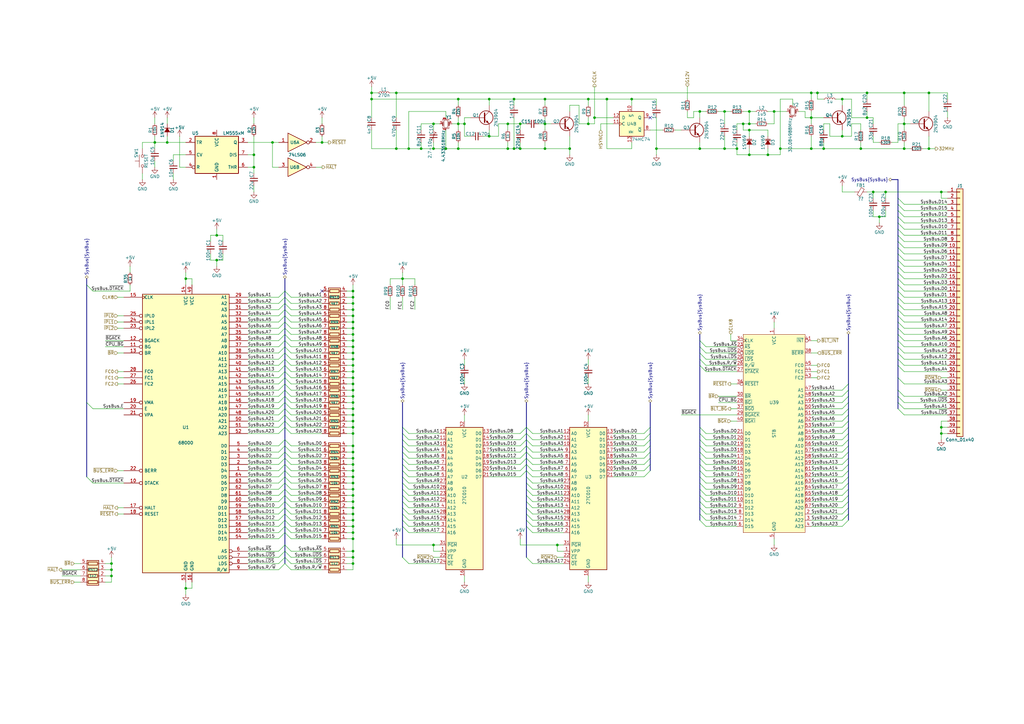
<source format=kicad_sch>
(kicad_sch (version 20250114) (generator "eeschema") (generator_version "9.0")
  (paper "A3")
  (bus_alias "SysBus" (members "D[0..15]" "A[1..23]" "~{UDS}" "~{LDS}" "R/~{W}" "~{AS}" "E" "~{DTACK}"))
  (junction (at 332.74 48.26))
  (junction (at 259.08 40.64))
  (junction (at 353.06 60.96))
  (junction (at 144.78 185.42))
  (junction (at 381 38.1))
  (junction (at 304.8 50.8))
  (junction (at 287.02 60.96))
  (junction (at 187.96 60.96))
  (junction (at 307.34 63.5))
  (junction (at 248.92 40.64))
  (junction (at 144.78 172.72))
  (junction (at 363.22 78.74))
  (junction (at 144.78 213.36))
  (junction (at 104.14 63.5))
  (junction (at 144.78 165.1))
  (junction (at 162.56 60.96))
  (junction (at 200.66 40.64))
  (junction (at 144.78 193.04))
  (junction (at 177.8 223.52))
  (junction (at 337.82 60.96))
  (junction (at 358.14 78.74))
  (junction (at 200.66 55.88))
  (junction (at 144.78 218.44))
  (junction (at 345.44 40.64))
  (junction (at 144.78 208.28))
  (junction (at 144.78 195.58))
  (junction (at 177.8 50.8))
  (junction (at 243.84 48.26))
  (junction (at 332.74 38.1))
  (junction (at 269.24 60.96))
  (junction (at 307.34 45.72))
  (junction (at 144.78 129.54))
  (junction (at 152.4 40.64))
  (junction (at 162.56 38.1))
  (junction (at 144.78 144.78))
  (junction (at 335.28 38.1))
  (junction (at 144.78 190.5))
  (junction (at 144.78 121.92))
  (junction (at 370.84 60.96))
  (junction (at 190.5 50.8))
  (junction (at 360.68 88.9))
  (junction (at 182.88 60.96))
  (junction (at 307.34 53.34))
  (junction (at 144.78 132.08))
  (junction (at 45.72 233.68))
  (junction (at 187.96 40.64))
  (junction (at 144.78 220.98))
  (junction (at 76.2 241.3))
  (junction (at 144.78 137.16))
  (junction (at 386.08 78.74))
  (junction (at 144.78 162.56))
  (junction (at 132.08 58.42))
  (junction (at 144.78 182.88))
  (junction (at 144.78 205.74))
  (junction (at 297.18 45.72))
  (junction (at 165.1 114.3))
  (junction (at 144.78 134.62))
  (junction (at 187.96 50.8))
  (junction (at 223.52 40.64))
  (junction (at 213.36 60.96))
  (junction (at 144.78 203.2))
  (junction (at 144.78 175.26))
  (junction (at 210.82 40.64))
  (junction (at 144.78 139.7))
  (junction (at 317.5 45.72))
  (junction (at 213.36 50.8))
  (junction (at 320.04 60.96))
  (junction (at 144.78 152.4))
  (junction (at 172.72 60.96))
  (junction (at 144.78 149.86))
  (junction (at 144.78 154.94))
  (junction (at 386.08 177.8))
  (junction (at 370.84 38.1))
  (junction (at 228.6 223.52))
  (junction (at 144.78 147.32))
  (junction (at 76.2 114.3))
  (junction (at 144.78 228.6))
  (junction (at 144.78 177.8))
  (junction (at 223.52 60.96))
  (junction (at 177.8 60.96))
  (junction (at 307.34 50.8))
  (junction (at 167.64 60.96))
  (junction (at 144.78 198.12))
  (junction (at 68.58 58.42))
  (junction (at 370.84 50.8))
  (junction (at 210.82 60.96))
  (junction (at 111.76 58.42))
  (junction (at 45.72 236.22))
  (junction (at 144.78 226.06))
  (junction (at 144.78 119.38))
  (junction (at 144.78 160.02))
  (junction (at 45.72 231.14))
  (junction (at 355.6 38.1))
  (junction (at 88.9 106.68))
  (junction (at 355.6 48.26))
  (junction (at 345.44 55.88))
  (junction (at 144.78 157.48))
  (junction (at 381 60.96))
  (junction (at 287.02 45.72))
  (junction (at 144.78 142.24))
  (junction (at 144.78 210.82))
  (junction (at 144.78 187.96))
  (junction (at 332.74 60.96))
  (junction (at 208.28 60.96))
  (junction (at 144.78 215.9))
  (junction (at 144.78 124.46))
  (junction (at 208.28 50.8))
  (junction (at 104.14 68.58))
  (junction (at 144.78 170.18))
  (junction (at 386.08 175.26))
  (junction (at 152.4 38.1))
  (junction (at 88.9 96.52))
  (junction (at 144.78 167.64))
  (junction (at 302.26 60.96))
  (junction (at 223.52 50.8))
  (junction (at 144.78 127))
  (junction (at 314.96 63.5))
  (junction (at 144.78 231.14))
  (junction (at 144.78 200.66))
  (junction (at 63.5 58.42))
  (junction (at 233.68 60.96))
  (junction (at 241.3 50.8))
  (junction (at 297.18 60.96))
  (junction (at 241.3 40.64))
  (no_connect (at 132.08 119.38))
  (no_connect (at 266.7 48.26))
  (bus_entry (at 165.1 205.74) (size 2.54 2.54))
  (bus_entry (at 347.98 182.88) (size -2.54 2.54))
  (bus_entry (at 368.3 104.14) (size 2.54 2.54))
  (bus_entry (at 116.84 129.54) (size 2.54 2.54))
  (bus_entry (at 287.02 185.42) (size 2.54 2.54))
  (bus_entry (at 215.9 185.42) (size 2.54 2.54))
  (bus_entry (at 35.56 195.58) (size 2.54 2.54))
  (bus_entry (at 116.84 119.38) (size 2.54 2.54))
  (bus_entry (at 165.1 195.58) (size 2.54 2.54))
  (bus_entry (at 116.84 231.14) (size 2.54 2.54))
  (bus_entry (at 116.84 147.32) (size -2.54 2.54))
  (bus_entry (at 116.84 205.74) (size -2.54 2.54))
  (bus_entry (at 347.98 160.02) (size -2.54 2.54))
  (bus_entry (at 368.3 165.1) (size 2.54 2.54))
  (bus_entry (at 287.02 147.32) (size 2.54 2.54))
  (bus_entry (at 116.84 144.78) (size -2.54 2.54))
  (bus_entry (at 347.98 175.26) (size -2.54 2.54))
  (bus_entry (at 116.84 137.16) (size -2.54 2.54))
  (bus_entry (at 215.9 208.28) (size 2.54 2.54))
  (bus_entry (at 35.56 116.84) (size 2.54 2.54))
  (bus_entry (at 116.84 170.18) (size 2.54 2.54))
  (bus_entry (at 116.84 213.36) (size 2.54 2.54))
  (bus_entry (at 287.02 208.28) (size 2.54 2.54))
  (bus_entry (at 347.98 210.82) (size -2.54 2.54))
  (bus_entry (at 368.3 86.36) (size 2.54 2.54))
  (bus_entry (at 347.98 177.8) (size -2.54 2.54))
  (bus_entry (at 368.3 83.82) (size 2.54 2.54))
  (bus_entry (at 266.7 187.96) (size -2.54 2.54))
  (bus_entry (at 116.84 198.12) (size -2.54 2.54))
  (bus_entry (at 368.3 144.78) (size 2.54 2.54))
  (bus_entry (at 116.84 172.72) (size 2.54 2.54))
  (bus_entry (at 116.84 165.1) (size 2.54 2.54))
  (bus_entry (at 266.7 180.34) (size -2.54 2.54))
  (bus_entry (at 116.84 127) (size -2.54 2.54))
  (bus_entry (at 287.02 213.36) (size 2.54 2.54))
  (bus_entry (at 165.1 203.2) (size 2.54 2.54))
  (bus_entry (at 287.02 180.34) (size 2.54 2.54))
  (bus_entry (at 347.98 162.56) (size -2.54 2.54))
  (bus_entry (at 116.84 167.64) (size -2.54 2.54))
  (bus_entry (at 116.84 157.48) (size 2.54 2.54))
  (bus_entry (at 368.3 142.24) (size 2.54 2.54))
  (bus_entry (at 116.84 121.92) (size -2.54 2.54))
  (bus_entry (at 116.84 142.24) (size 2.54 2.54))
  (bus_entry (at 287.02 177.8) (size 2.54 2.54))
  (bus_entry (at 165.1 175.26) (size 2.54 2.54))
  (bus_entry (at 347.98 213.36) (size -2.54 2.54))
  (bus_entry (at 165.1 177.8) (size 2.54 2.54))
  (bus_entry (at 215.9 182.88) (size -2.54 2.54))
  (bus_entry (at 368.3 101.6) (size 2.54 2.54))
  (bus_entry (at 116.84 154.94) (size 2.54 2.54))
  (bus_entry (at 215.9 185.42) (size -2.54 2.54))
  (bus_entry (at 116.84 218.44) (size 2.54 2.54))
  (bus_entry (at 116.84 210.82) (size 2.54 2.54))
  (bus_entry (at 165.1 208.28) (size 2.54 2.54))
  (bus_entry (at 215.9 177.8) (size -2.54 2.54))
  (bus_entry (at 368.3 139.7) (size 2.54 2.54))
  (bus_entry (at 347.98 172.72) (size -2.54 2.54))
  (bus_entry (at 368.3 167.64) (size 2.54 2.54))
  (bus_entry (at 347.98 198.12) (size -2.54 2.54))
  (bus_entry (at 215.9 175.26) (size -2.54 2.54))
  (bus_entry (at 287.02 139.7) (size 2.54 2.54))
  (bus_entry (at 116.84 127) (size 2.54 2.54))
  (bus_entry (at 116.84 231.14) (size -2.54 2.54))
  (bus_entry (at 368.3 99.06) (size 2.54 2.54))
  (bus_entry (at 368.3 162.56) (size 2.54 2.54))
  (bus_entry (at 116.84 182.88) (size -2.54 2.54))
  (bus_entry (at 215.9 180.34) (size 2.54 2.54))
  (bus_entry (at 116.84 180.34) (size -2.54 2.54))
  (bus_entry (at 116.84 190.5) (size -2.54 2.54))
  (bus_entry (at 368.3 119.38) (size 2.54 2.54))
  (bus_entry (at 347.98 157.48) (size -2.54 2.54))
  (bus_entry (at 215.9 205.74) (size 2.54 2.54))
  (bus_entry (at 116.84 193.04) (size -2.54 2.54))
  (bus_entry (at 347.98 190.5) (size -2.54 2.54))
  (bus_entry (at 215.9 190.5) (size 2.54 2.54))
  (bus_entry (at 116.84 129.54) (size -2.54 2.54))
  (bus_entry (at 116.84 121.92) (size 2.54 2.54))
  (bus_entry (at 287.02 203.2) (size 2.54 2.54))
  (bus_entry (at 116.84 193.04) (size 2.54 2.54))
  (bus_entry (at 116.84 226.06) (size 2.54 2.54))
  (bus_entry (at 116.84 223.52) (size 2.54 2.54))
  (bus_entry (at 165.1 185.42) (size 2.54 2.54))
  (bus_entry (at 165.1 210.82) (size 2.54 2.54))
  (bus_entry (at 215.9 195.58) (size 2.54 2.54))
  (bus_entry (at 287.02 210.82) (size 2.54 2.54))
  (bus_entry (at 266.7 182.88) (size -2.54 2.54))
  (bus_entry (at 165.1 182.88) (size 2.54 2.54))
  (bus_entry (at 215.9 193.04) (size 2.54 2.54))
  (bus_entry (at 368.3 106.68) (size 2.54 2.54))
  (bus_entry (at 347.98 170.18) (size -2.54 2.54))
  (bus_entry (at 347.98 210.82) (size -2.54 2.54))
  (bus_entry (at 116.84 144.78) (size 2.54 2.54))
  (bus_entry (at 116.84 180.34) (size 2.54 2.54))
  (bus_entry (at 368.3 147.32) (size 2.54 2.54))
  (bus_entry (at 116.84 218.44) (size -2.54 2.54))
  (bus_entry (at 287.02 190.5) (size 2.54 2.54))
  (bus_entry (at 116.84 210.82) (size -2.54 2.54))
  (bus_entry (at 347.98 195.58) (size -2.54 2.54))
  (bus_entry (at 287.02 205.74) (size 2.54 2.54))
  (bus_entry (at 116.84 134.62) (size -2.54 2.54))
  (bus_entry (at 116.84 132.08) (size -2.54 2.54))
  (bus_entry (at 165.1 198.12) (size 2.54 2.54))
  (bus_entry (at 215.9 177.8) (size 2.54 2.54))
  (bus_entry (at 368.3 137.16) (size 2.54 2.54))
  (bus_entry (at 116.84 149.86) (size -2.54 2.54))
  (bus_entry (at 215.9 175.26) (size 2.54 2.54))
  (bus_entry (at 116.84 134.62) (size 2.54 2.54))
  (bus_entry (at 368.3 81.28) (size 2.54 2.54))
  (bus_entry (at 347.98 205.74) (size -2.54 2.54))
  (bus_entry (at 368.3 91.44) (size 2.54 2.54))
  (bus_entry (at 347.98 187.96) (size -2.54 2.54))
  (bus_entry (at 116.84 205.74) (size 2.54 2.54))
  (bus_entry (at 116.84 185.42) (size 2.54 2.54))
  (bus_entry (at 116.84 200.66) (size -2.54 2.54))
  (bus_entry (at 116.84 162.56) (size -2.54 2.54))
  (bus_entry (at 266.7 177.8) (size -2.54 2.54))
  (bus_entry (at 347.98 200.66) (size -2.54 2.54))
  (bus_entry (at 116.84 228.6) (size 2.54 2.54))
  (bus_entry (at 116.84 185.42) (size -2.54 2.54))
  (bus_entry (at 368.3 116.84) (size 2.54 2.54))
  (bus_entry (at 368.3 132.08) (size 2.54 2.54))
  (bus_entry (at 116.84 132.08) (size 2.54 2.54))
  (bus_entry (at 287.02 195.58) (size 2.54 2.54))
  (bus_entry (at 116.84 200.66) (size 2.54 2.54))
  (bus_entry (at 215.9 193.04) (size -2.54 2.54))
  (bus_entry (at 116.84 160.02) (size -2.54 2.54))
  (bus_entry (at 287.02 182.88) (size 2.54 2.54))
  (bus_entry (at 116.84 152.4) (size 2.54 2.54))
  (bus_entry (at 116.84 172.72) (size -2.54 2.54))
  (bus_entry (at 347.98 167.64) (size -2.54 2.54))
  (bus_entry (at 368.3 154.94) (size 2.54 2.54))
  (bus_entry (at 287.02 144.78) (size 2.54 2.54))
  (bus_entry (at 215.9 210.82) (size 2.54 2.54))
  (bus_entry (at 116.84 182.88) (size 2.54 2.54))
  (bus_entry (at 116.84 119.38) (size -2.54 2.54))
  (bus_entry (at 347.98 165.1) (size -2.54 2.54))
  (bus_entry (at 368.3 111.76) (size 2.54 2.54))
  (bus_entry (at 215.9 180.34) (size -2.54 2.54))
  (bus_entry (at 116.84 223.52) (size -2.54 2.54))
  (bus_entry (at 165.1 187.96) (size 2.54 2.54))
  (bus_entry (at 116.84 175.26) (size -2.54 2.54))
  (bus_entry (at 287.02 175.26) (size 2.54 2.54))
  (bus_entry (at 368.3 149.86) (size 2.54 2.54))
  (bus_entry (at 116.84 195.58) (size 2.54 2.54))
  (bus_entry (at 116.84 195.58) (size -2.54 2.54))
  (bus_entry (at 165.1 228.6) (size 2.54 2.54))
  (bus_entry (at 116.84 226.06) (size -2.54 2.54))
  (bus_entry (at 368.3 134.62) (size 2.54 2.54))
  (bus_entry (at 368.3 93.98) (size 2.54 2.54))
  (bus_entry (at 116.84 139.7) (size -2.54 2.54))
  (bus_entry (at 287.02 149.86) (size 2.54 2.54))
  (bus_entry (at 116.84 162.56) (size 2.54 2.54))
  (bus_entry (at 368.3 160.02) (size 2.54 2.54))
  (bus_entry (at 116.84 142.24) (size -2.54 2.54))
  (bus_entry (at 287.02 142.24) (size 2.54 2.54))
  (bus_entry (at 368.3 127) (size 2.54 2.54))
  (bus_entry (at 165.1 213.36) (size 2.54 2.54))
  (bus_entry (at 266.7 185.42) (size -2.54 2.54))
  (bus_entry (at 116.84 228.6) (size -2.54 2.54))
  (bus_entry (at 347.98 180.34) (size -2.54 2.54))
  (bus_entry (at 116.84 215.9) (size -2.54 2.54))
  (bus_entry (at 215.9 203.2) (size 2.54 2.54))
  (bus_entry (at 368.3 96.52) (size 2.54 2.54))
  (bus_entry (at 116.84 213.36) (size -2.54 2.54))
  (bus_entry (at 116.84 147.32) (size 2.54 2.54))
  (bus_entry (at 165.1 193.04) (size 2.54 2.54))
  (bus_entry (at 368.3 129.54) (size 2.54 2.54))
  (bus_entry (at 347.98 193.04) (size -2.54 2.54))
  (bus_entry (at 215.9 228.6) (size 2.54 2.54))
  (bus_entry (at 215.9 190.5) (size -2.54 2.54))
  (bus_entry (at 116.84 175.26) (size 2.54 2.54))
  (bus_entry (at 116.84 198.12) (size 2.54 2.54))
  (bus_entry (at 215.9 213.36) (size 2.54 2.54))
  (bus_entry (at 347.98 203.2) (size -2.54 2.54))
  (bus_entry (at 266.7 193.04) (size -2.54 2.54))
  (bus_entry (at 165.1 180.34) (size 2.54 2.54))
  (bus_entry (at 116.84 190.5) (size 2.54 2.54))
  (bus_entry (at 215.9 182.88) (size 2.54 2.54))
  (bus_entry (at 266.7 190.5) (size -2.54 2.54))
  (bus_entry (at 165.1 200.66) (size 2.54 2.54))
  (bus_entry (at 215.9 200.66) (size 2.54 2.54))
  (bus_entry (at 116.84 203.2) (size 2.54 2.54))
  (bus_entry (at 368.3 109.22) (size 2.54 2.54))
  (bus_entry (at 165.1 215.9) (size 2.54 2.54))
  (bus_entry (at 116.84 187.96) (size 2.54 2.54))
  (bus_entry (at 287.02 200.66) (size 2.54 2.54))
  (bus_entry (at 215.9 187.96) (size -2.54 2.54))
  (bus_entry (at 215.9 198.12) (size 2.54 2.54))
  (bus_entry (at 116.84 157.48) (size -2.54 2.54))
  (bus_entry (at 116.84 154.94) (size -2.54 2.54))
  (bus_entry (at 215.9 215.9) (size 2.54 2.54))
  (bus_entry (at 116.84 215.9) (size 2.54 2.54))
  (bus_entry (at 116.84 137.16) (size 2.54 2.54))
  (bus_entry (at 116.84 170.18) (size -2.54 2.54))
  (bus_entry (at 368.3 121.92) (size 2.54 2.54))
  (bus_entry (at 116.84 124.46) (size -2.54 2.54))
  (bus_entry (at 116.84 160.02) (size 2.54 2.54))
  (bus_entry (at 116.84 187.96) (size -2.54 2.54))
  (bus_entry (at 287.02 193.04) (size 2.54 2.54))
  (bus_entry (at 116.84 203.2) (size -2.54 2.54))
  (bus_entry (at 116.84 167.64) (size 2.54 2.54))
  (bus_entry (at 287.02 187.96) (size 2.54 2.54))
  (bus_entry (at 347.98 208.28) (size -2.54 2.54))
  (bus_entry (at 35.56 165.1) (size 2.54 2.54))
  (bus_entry (at 165.1 190.5) (size 2.54 2.54))
  (bus_entry (at 368.3 124.46) (size 2.54 2.54))
  (bus_entry (at 116.84 124.46) (size 2.54 2.54))
  (bus_entry (at 368.3 88.9) (size 2.54 2.54))
  (bus_entry (at 116.84 165.1) (size -2.54 2.54))
  (bus_entry (at 116.84 208.28) (size 2.54 2.54))
  (bus_entry (at 116.84 149.86) (size 2.54 2.54))
  (bus_entry (at 116.84 208.28) (size -2.54 2.54))
  (bus_entry (at 347.98 185.42) (size -2.54 2.54))
  (bus_entry (at 116.84 139.7) (size 2.54 2.54))
  (bus_entry (at 266.7 175.26) (size -2.54 2.54))
  (bus_entry (at 368.3 114.3) (size 2.54 2.54))
  (bus_entry (at 116.84 152.4) (size -2.54 2.54))
  (bus_entry (at 215.9 187.96) (size 2.54 2.54))
  (bus_entry (at 287.02 198.12) (size 2.54 2.54))
  (wire (pts (xy 314.96 45.72) (xy 317.5 45.72)))
  (wire (pts (xy 101.6 175.26) (xy 114.3 175.26)))
  (wire (pts (xy 287.02 58.42) (xy 287.02 60.96)))
  (wire (pts (xy 111.76 68.58) (xy 111.76 58.42)))
  (wire (pts (xy 48.26 210.82) (xy 50.8 210.82)))
  (wire (pts (xy 78.74 114.3) (xy 76.2 114.3)))
  (wire (pts (xy 132.08 121.92) (xy 119.38 121.92)))
  (wire (pts (xy 388.62 116.84) (xy 370.84 116.84)))
  (wire (pts (xy 132.08 134.62) (xy 119.38 134.62)))
  (wire (pts (xy 200.66 193.04) (xy 213.36 193.04)))
  (wire (pts (xy 307.34 53.34) (xy 314.96 53.34)))
  (wire (pts (xy 198.12 55.88) (xy 200.66 55.88)))
  (bus (pts (xy 35.56 165.1) (xy 35.56 195.58)))
  (wire (pts (xy 233.68 43.18) (xy 237.49 43.18)))
  (bus (pts (xy 165.1 215.9) (xy 165.1 213.36)))
  (wire (pts (xy 142.24 205.74) (xy 144.78 205.74)))
  (wire (pts (xy 78.74 238.76) (xy 78.74 241.3)))
  (wire (pts (xy 289.56 208.28) (xy 302.26 208.28)))
  (bus (pts (xy 116.84 160.02) (xy 116.84 157.48)))
  (wire (pts (xy 142.24 210.82) (xy 144.78 210.82)))
  (wire (pts (xy 144.78 200.66) (xy 144.78 203.2)))
  (bus (pts (xy 116.84 223.52) (xy 116.84 218.44)))
  (bus (pts (xy 116.84 142.24) (xy 116.84 139.7)))
  (wire (pts (xy 182.88 45.72) (xy 167.64 45.72)))
  (bus (pts (xy 287.02 198.12) (xy 287.02 195.58)))
  (wire (pts (xy 101.6 203.2) (xy 114.3 203.2)))
  (wire (pts (xy 332.74 187.96) (xy 345.44 187.96)))
  (wire (pts (xy 177.8 58.42) (xy 177.8 60.96)))
  (wire (pts (xy 218.44 182.88) (xy 231.14 182.88)))
  (wire (pts (xy 144.78 142.24) (xy 144.78 144.78)))
  (wire (pts (xy 243.84 50.8) (xy 241.3 50.8)))
  (bus (pts (xy 215.9 228.6) (xy 215.9 215.9)))
  (bus (pts (xy 215.9 205.74) (xy 215.9 203.2)))
  (bus (pts (xy 287.02 195.58) (xy 287.02 193.04)))
  (wire (pts (xy 132.08 167.64) (xy 119.38 167.64)))
  (wire (pts (xy 165.1 111.76) (xy 165.1 114.3)))
  (wire (pts (xy 132.08 127) (xy 119.38 127)))
  (bus (pts (xy 287.02 177.8) (xy 287.02 175.26)))
  (wire (pts (xy 91.44 106.68) (xy 88.9 106.68)))
  (wire (pts (xy 167.64 193.04) (xy 180.34 193.04)))
  (bus (pts (xy 287.02 187.96) (xy 287.02 185.42)))
  (wire (pts (xy 388.62 86.36) (xy 370.84 86.36)))
  (wire (pts (xy 142.24 147.32) (xy 144.78 147.32)))
  (bus (pts (xy 347.98 162.56) (xy 347.98 160.02)))
  (wire (pts (xy 251.46 187.96) (xy 264.16 187.96)))
  (wire (pts (xy 142.24 218.44) (xy 144.78 218.44)))
  (wire (pts (xy 132.08 124.46) (xy 119.38 124.46)))
  (bus (pts (xy 215.9 177.8) (xy 215.9 175.26)))
  (wire (pts (xy 289.56 205.74) (xy 302.26 205.74)))
  (wire (pts (xy 349.25 50.8) (xy 349.25 55.88)))
  (bus (pts (xy 165.1 180.34) (xy 165.1 177.8)))
  (bus (pts (xy 266.7 187.96) (xy 266.7 185.42)))
  (wire (pts (xy 132.08 48.26) (xy 132.08 50.8)))
  (wire (pts (xy 142.24 134.62) (xy 144.78 134.62)))
  (wire (pts (xy 132.08 215.9) (xy 119.38 215.9)))
  (wire (pts (xy 144.78 124.46) (xy 144.78 127)))
  (bus (pts (xy 368.3 96.52) (xy 368.3 99.06)))
  (wire (pts (xy 223.52 50.8) (xy 223.52 53.34)))
  (wire (pts (xy 45.72 228.6) (xy 45.72 231.14)))
  (bus (pts (xy 347.98 170.18) (xy 347.98 167.64)))
  (wire (pts (xy 281.94 35.56) (xy 281.94 40.64)))
  (wire (pts (xy 132.08 129.54) (xy 119.38 129.54)))
  (wire (pts (xy 251.46 177.8) (xy 264.16 177.8)))
  (bus (pts (xy 368.3 134.62) (xy 368.3 137.16)))
  (wire (pts (xy 381 60.96) (xy 383.54 60.96)))
  (bus (pts (xy 116.84 124.46) (xy 116.84 121.92)))
  (wire (pts (xy 144.78 134.62) (xy 144.78 137.16)))
  (wire (pts (xy 144.78 149.86) (xy 144.78 152.4)))
  (bus (pts (xy 165.1 200.66) (xy 165.1 198.12)))
  (wire (pts (xy 104.14 63.5) (xy 104.14 68.58)))
  (wire (pts (xy 144.78 144.78) (xy 144.78 147.32)))
  (wire (pts (xy 363.22 86.36) (xy 363.22 88.9)))
  (wire (pts (xy 307.34 63.5) (xy 302.26 63.5)))
  (wire (pts (xy 142.24 121.92) (xy 144.78 121.92)))
  (wire (pts (xy 152.4 38.1) (xy 152.4 40.64)))
  (wire (pts (xy 289.56 182.88) (xy 302.26 182.88)))
  (wire (pts (xy 101.6 147.32) (xy 114.3 147.32)))
  (wire (pts (xy 233.68 55.88) (xy 233.68 60.96)))
  (wire (pts (xy 233.68 45.72) (xy 233.68 43.18)))
  (bus (pts (xy 266.7 175.26) (xy 266.7 165.1)))
  (wire (pts (xy 208.28 60.96) (xy 210.82 60.96)))
  (wire (pts (xy 218.44 193.04) (xy 231.14 193.04)))
  (wire (pts (xy 101.6 167.64) (xy 114.3 167.64)))
  (wire (pts (xy 152.4 35.56) (xy 152.4 38.1)))
  (wire (pts (xy 345.44 210.82) (xy 332.74 210.82)))
  (bus (pts (xy 347.98 208.28) (xy 347.98 205.74)))
  (wire (pts (xy 204.47 50.8) (xy 204.47 55.88)))
  (wire (pts (xy 43.18 238.76) (xy 45.72 238.76)))
  (wire (pts (xy 294.64 162.56) (xy 302.26 162.56)))
  (wire (pts (xy 370.84 50.8) (xy 373.38 50.8)))
  (wire (pts (xy 101.6 172.72) (xy 114.3 172.72)))
  (wire (pts (xy 363.22 88.9) (xy 360.68 88.9)))
  (wire (pts (xy 218.44 213.36) (xy 231.14 213.36)))
  (wire (pts (xy 370.84 132.08) (xy 388.62 132.08)))
  (bus (pts (xy 368.3 116.84) (xy 368.3 119.38)))
  (bus (pts (xy 368.3 139.7) (xy 368.3 142.24)))
  (wire (pts (xy 269.24 60.96) (xy 269.24 63.5)))
  (wire (pts (xy 101.6 162.56) (xy 114.3 162.56)))
  (wire (pts (xy 142.24 137.16) (xy 144.78 137.16)))
  (wire (pts (xy 101.6 205.74) (xy 114.3 205.74)))
  (bus (pts (xy 165.1 177.8) (xy 165.1 175.26)))
  (wire (pts (xy 289.56 187.96) (xy 302.26 187.96)))
  (wire (pts (xy 45.72 233.68) (xy 45.72 231.14)))
  (bus (pts (xy 347.98 213.36) (xy 347.98 210.82)))
  (wire (pts (xy 25.4 236.22) (xy 33.02 236.22)))
  (wire (pts (xy 101.6 190.5) (xy 114.3 190.5)))
  (wire (pts (xy 307.34 45.72) (xy 309.88 45.72)))
  (wire (pts (xy 101.6 228.6) (xy 114.3 228.6)))
  (wire (pts (xy 213.36 60.96) (xy 223.52 60.96)))
  (wire (pts (xy 349.25 48.26) (xy 349.25 40.64)))
  (wire (pts (xy 144.78 203.2) (xy 144.78 205.74)))
  (wire (pts (xy 332.74 165.1) (xy 345.44 165.1)))
  (wire (pts (xy 388.62 104.14) (xy 370.84 104.14)))
  (bus (pts (xy 116.84 134.62) (xy 116.84 132.08)))
  (wire (pts (xy 330.2 45.72) (xy 330.2 48.26)))
  (wire (pts (xy 101.6 193.04) (xy 114.3 193.04)))
  (wire (pts (xy 190.5 236.22) (xy 190.5 238.76)))
  (bus (pts (xy 165.1 213.36) (xy 165.1 210.82)))
  (wire (pts (xy 167.64 195.58) (xy 180.34 195.58)))
  (wire (pts (xy 167.64 215.9) (xy 180.34 215.9)))
  (wire (pts (xy 132.08 172.72) (xy 119.38 172.72)))
  (wire (pts (xy 45.72 238.76) (xy 45.72 236.22)))
  (wire (pts (xy 101.6 139.7) (xy 114.3 139.7)))
  (wire (pts (xy 289.56 152.4) (xy 302.26 152.4)))
  (wire (pts (xy 167.64 190.5) (xy 180.34 190.5)))
  (wire (pts (xy 340.36 55.88) (xy 345.44 55.88)))
  (wire (pts (xy 363.22 78.74) (xy 386.08 78.74)))
  (wire (pts (xy 332.74 195.58) (xy 345.44 195.58)))
  (wire (pts (xy 101.6 231.14) (xy 114.3 231.14)))
  (wire (pts (xy 370.84 144.78) (xy 388.62 144.78)))
  (wire (pts (xy 167.64 208.28) (xy 180.34 208.28)))
  (wire (pts (xy 144.78 147.32) (xy 144.78 149.86)))
  (wire (pts (xy 388.62 114.3) (xy 370.84 114.3)))
  (bus (pts (xy 347.98 172.72) (xy 347.98 170.18)))
  (wire (pts (xy 142.24 157.48) (xy 144.78 157.48)))
  (wire (pts (xy 294.64 165.1) (xy 302.26 165.1)))
  (bus (pts (xy 287.02 147.32) (xy 287.02 144.78)))
  (bus (pts (xy 116.84 121.92) (xy 116.84 119.38)))
  (wire (pts (xy 345.44 78.74) (xy 350.52 78.74)))
  (bus (pts (xy 368.3 104.14) (xy 368.3 106.68)))
  (wire (pts (xy 142.24 231.14) (xy 144.78 231.14)))
  (wire (pts (xy 289.56 200.66) (xy 302.26 200.66)))
  (wire (pts (xy 228.6 223.52) (xy 231.14 223.52)))
  (wire (pts (xy 132.08 200.66) (xy 119.38 200.66)))
  (bus (pts (xy 116.84 182.88) (xy 116.84 180.34)))
  (bus (pts (xy 165.1 185.42) (xy 165.1 182.88)))
  (wire (pts (xy 58.42 58.42) (xy 63.5 58.42)))
  (wire (pts (xy 63.5 66.04) (xy 63.5 68.58)))
  (bus (pts (xy 116.84 195.58) (xy 116.84 193.04)))
  (wire (pts (xy 167.64 231.14) (xy 180.34 231.14)))
  (wire (pts (xy 307.34 63.5) (xy 314.96 63.5)))
  (wire (pts (xy 320.04 60.96) (xy 320.04 63.5)))
  (wire (pts (xy 101.6 68.58) (xy 104.14 68.58)))
  (wire (pts (xy 218.44 205.74) (xy 231.14 205.74)))
  (bus (pts (xy 116.84 137.16) (xy 116.84 134.62)))
  (wire (pts (xy 101.6 165.1) (xy 114.3 165.1)))
  (wire (pts (xy 38.1 167.64) (xy 50.8 167.64)))
  (wire (pts (xy 142.24 132.08) (xy 144.78 132.08)))
  (wire (pts (xy 325.12 40.64) (xy 320.04 40.64)))
  (wire (pts (xy 129.54 68.58) (xy 132.08 68.58)))
  (wire (pts (xy 332.74 190.5) (xy 345.44 190.5)))
  (wire (pts (xy 287.02 45.72) (xy 289.56 45.72)))
  (wire (pts (xy 218.44 195.58) (xy 231.14 195.58)))
  (wire (pts (xy 142.24 160.02) (xy 144.78 160.02)))
  (wire (pts (xy 299.72 172.72) (xy 302.26 172.72)))
  (bus (pts (xy 347.98 182.88) (xy 347.98 180.34)))
  (wire (pts (xy 43.18 142.24) (xy 50.8 142.24)))
  (wire (pts (xy 88.9 93.98) (xy 88.9 96.52)))
  (bus (pts (xy 266.7 177.8) (xy 266.7 175.26)))
  (wire (pts (xy 101.6 58.42) (xy 111.76 58.42)))
  (wire (pts (xy 320.04 60.96) (xy 332.74 60.96)))
  (wire (pts (xy 132.08 154.94) (xy 119.38 154.94)))
  (wire (pts (xy 332.74 205.74) (xy 345.44 205.74)))
  (wire (pts (xy 284.48 45.72) (xy 287.02 45.72)))
  (bus (pts (xy 368.3 114.3) (xy 368.3 116.84)))
  (wire (pts (xy 101.6 63.5) (xy 104.14 63.5)))
  (wire (pts (xy 114.3 68.58) (xy 111.76 68.58)))
  (bus (pts (xy 368.3 144.78) (xy 368.3 147.32)))
  (wire (pts (xy 317.5 220.98) (xy 317.5 223.52)))
  (wire (pts (xy 208.28 58.42) (xy 208.28 60.96)))
  (wire (pts (xy 307.34 50.8) (xy 307.34 45.72)))
  (bus (pts (xy 368.3 124.46) (xy 368.3 127)))
  (wire (pts (xy 101.6 233.68) (xy 114.3 233.68)))
  (wire (pts (xy 213.36 50.8) (xy 215.9 50.8)))
  (wire (pts (xy 259.08 43.18) (xy 259.08 40.64)))
  (wire (pts (xy 142.24 142.24) (xy 144.78 142.24)))
  (wire (pts (xy 200.66 185.42) (xy 213.36 185.42)))
  (wire (pts (xy 332.74 182.88) (xy 345.44 182.88)))
  (wire (pts (xy 167.64 185.42) (xy 180.34 185.42)))
  (wire (pts (xy 386.08 175.26) (xy 388.62 175.26)))
  (wire (pts (xy 68.58 55.88) (xy 68.58 58.42)))
  (wire (pts (xy 218.44 218.44) (xy 231.14 218.44)))
  (wire (pts (xy 38.1 119.38) (xy 53.34 119.38)))
  (wire (pts (xy 332.74 213.36) (xy 345.44 213.36)))
  (wire (pts (xy 71.12 63.5) (xy 71.12 66.04)))
  (bus (pts (xy 347.98 180.34) (xy 347.98 177.8)))
  (wire (pts (xy 337.82 58.42) (xy 337.82 60.96)))
  (wire (pts (xy 370.84 165.1) (xy 388.62 165.1)))
  (bus (pts (xy 347.98 187.96) (xy 347.98 185.42)))
  (wire (pts (xy 170.18 127) (xy 170.18 121.92)))
  (wire (pts (xy 91.44 99.06) (xy 91.44 96.52)))
  (wire (pts (xy 101.6 157.48) (xy 114.3 157.48)))
  (bus (pts (xy 368.3 142.24) (xy 368.3 144.78)))
  (wire (pts (xy 386.08 177.8) (xy 388.62 177.8)))
  (wire (pts (xy 132.08 147.32) (xy 119.38 147.32)))
  (wire (pts (xy 200.66 182.88) (xy 213.36 182.88)))
  (wire (pts (xy 142.24 165.1) (xy 144.78 165.1)))
  (wire (pts (xy 287.02 60.96) (xy 269.24 60.96)))
  (wire (pts (xy 332.74 55.88) (xy 332.74 60.96)))
  (wire (pts (xy 144.78 152.4) (xy 144.78 154.94)))
  (wire (pts (xy 332.74 175.26) (xy 345.44 175.26)))
  (wire (pts (xy 167.64 205.74) (xy 180.34 205.74)))
  (wire (pts (xy 337.82 53.34) (xy 337.82 50.8)))
  (wire (pts (xy 332.74 160.02) (xy 345.44 160.02)))
  (wire (pts (xy 266.7 53.34) (xy 271.78 53.34)))
  (wire (pts (xy 386.08 160.02) (xy 388.62 160.02)))
  (wire (pts (xy 144.78 205.74) (xy 144.78 208.28)))
  (wire (pts (xy 360.68 58.42) (xy 358.14 58.42)))
  (wire (pts (xy 132.08 165.1) (xy 119.38 165.1)))
  (wire (pts (xy 386.08 180.34) (xy 386.08 177.8)))
  (wire (pts (xy 370.84 152.4) (xy 388.62 152.4)))
  (wire (pts (xy 210.82 43.18) (xy 210.82 40.64)))
  (wire (pts (xy 142.24 127) (xy 144.78 127)))
  (wire (pts (xy 63.5 48.26) (xy 63.5 50.8)))
  (bus (pts (xy 287.02 139.7) (xy 287.02 137.16)))
  (wire (pts (xy 231.14 226.06) (xy 228.6 226.06)))
  (wire (pts (xy 190.5 48.26) (xy 190.5 50.8)))
  (bus (pts (xy 368.3 165.1) (xy 368.3 167.64)))
  (bus (pts (xy 116.84 147.32) (xy 116.84 144.78)))
  (wire (pts (xy 237.49 43.18) (xy 237.49 50.8)))
  (bus (pts (xy 116.84 210.82) (xy 116.84 208.28)))
  (wire (pts (xy 142.24 170.18) (xy 144.78 170.18)))
  (wire (pts (xy 144.78 210.82) (xy 144.78 213.36)))
  (wire (pts (xy 223.52 40.64) (xy 210.82 40.64)))
  (bus (pts (xy 165.1 198.12) (xy 165.1 195.58)))
  (wire (pts (xy 144.78 220.98) (xy 142.24 220.98)))
  (wire (pts (xy 349.25 40.64) (xy 345.44 40.64)))
  (bus (pts (xy 215.9 210.82) (xy 215.9 208.28)))
  (wire (pts (xy 142.24 129.54) (xy 144.78 129.54)))
  (bus (pts (xy 347.98 200.66) (xy 347.98 198.12)))
  (bus (pts (xy 116.84 144.78) (xy 116.84 142.24)))
  (wire (pts (xy 325.12 43.18) (xy 325.12 40.64)))
  (wire (pts (xy 45.72 231.14) (xy 43.18 231.14)))
  (bus (pts (xy 215.9 193.04) (xy 215.9 190.5)))
  (bus (pts (xy 368.3 83.82) (xy 368.3 86.36)))
  (wire (pts (xy 381 38.1) (xy 370.84 38.1)))
  (wire (pts (xy 132.08 58.42) (xy 132.08 55.88)))
  (bus (pts (xy 116.84 213.36) (xy 116.84 210.82)))
  (wire (pts (xy 165.1 114.3) (xy 170.18 114.3)))
  (wire (pts (xy 165.1 114.3) (xy 165.1 116.84)))
  (wire (pts (xy 289.56 195.58) (xy 302.26 195.58)))
  (wire (pts (xy 287.02 45.72) (xy 287.02 48.26)))
  (wire (pts (xy 190.5 154.94) (xy 190.5 157.48)))
  (wire (pts (xy 187.96 50.8) (xy 187.96 53.34)))
  (wire (pts (xy 370.84 53.34) (xy 370.84 50.8)))
  (bus (pts (xy 116.84 175.26) (xy 116.84 172.72)))
  (wire (pts (xy 370.84 157.48) (xy 388.62 157.48)))
  (wire (pts (xy 132.08 139.7) (xy 119.38 139.7)))
  (bus (pts (xy 368.3 73.66) (xy 365.76 73.66)))
  (wire (pts (xy 358.14 50.8) (xy 358.14 48.26)))
  (wire (pts (xy 289.56 193.04) (xy 302.26 193.04)))
  (wire (pts (xy 101.6 127) (xy 114.3 127)))
  (wire (pts (xy 307.34 45.72) (xy 304.8 45.72)))
  (wire (pts (xy 314.96 60.96) (xy 314.96 63.5)))
  (wire (pts (xy 132.08 182.88) (xy 119.38 182.88)))
  (wire (pts (xy 142.24 182.88) (xy 144.78 182.88)))
  (wire (pts (xy 144.78 165.1) (xy 144.78 167.64)))
  (wire (pts (xy 132.08 210.82) (xy 119.38 210.82)))
  (wire (pts (xy 132.08 177.8) (xy 119.38 177.8)))
  (wire (pts (xy 144.78 127) (xy 144.78 129.54)))
  (bus (pts (xy 116.84 139.7) (xy 116.84 137.16)))
  (bus (pts (xy 287.02 208.28) (xy 287.02 205.74)))
  (wire (pts (xy 307.34 53.34) (xy 307.34 55.88)))
  (bus (pts (xy 165.1 210.82) (xy 165.1 208.28)))
  (wire (pts (xy 101.6 134.62) (xy 114.3 134.62)))
  (wire (pts (xy 332.74 139.7) (xy 335.28 139.7)))
  (wire (pts (xy 48.26 132.08) (xy 50.8 132.08)))
  (wire (pts (xy 210.82 48.26) (xy 210.82 60.96)))
  (bus (pts (xy 347.98 185.42) (xy 347.98 182.88)))
  (wire (pts (xy 167.64 200.66) (xy 180.34 200.66)))
  (wire (pts (xy 167.64 45.72) (xy 167.64 60.96)))
  (bus (pts (xy 368.3 129.54) (xy 368.3 132.08)))
  (wire (pts (xy 43.18 233.68) (xy 45.72 233.68)))
  (wire (pts (xy 302.26 50.8) (xy 304.8 50.8)))
  (wire (pts (xy 73.66 68.58) (xy 76.2 68.58)))
  (wire (pts (xy 370.84 170.18) (xy 388.62 170.18)))
  (wire (pts (xy 332.74 177.8) (xy 345.44 177.8)))
  (wire (pts (xy 104.14 68.58) (xy 104.14 71.12)))
  (wire (pts (xy 248.92 40.64) (xy 248.92 60.96)))
  (wire (pts (xy 289.56 185.42) (xy 302.26 185.42)))
  (wire (pts (xy 251.46 193.04) (xy 264.16 193.04)))
  (wire (pts (xy 370.84 38.1) (xy 355.6 38.1)))
  (wire (pts (xy 289.56 215.9) (xy 302.26 215.9)))
  (wire (pts (xy 76.2 238.76) (xy 76.2 241.3)))
  (wire (pts (xy 251.46 190.5) (xy 264.16 190.5)))
  (wire (pts (xy 386.08 177.8) (xy 386.08 175.26)))
  (wire (pts (xy 355.6 48.26) (xy 349.25 48.26)))
  (wire (pts (xy 101.6 185.42) (xy 114.3 185.42)))
  (wire (pts (xy 142.24 190.5) (xy 144.78 190.5)))
  (bus (pts (xy 215.9 175.26) (xy 215.9 165.1)))
  (wire (pts (xy 218.44 208.28) (xy 231.14 208.28)))
  (bus (pts (xy 287.02 149.86) (xy 287.02 147.32)))
  (wire (pts (xy 132.08 203.2) (xy 119.38 203.2)))
  (wire (pts (xy 187.96 48.26) (xy 187.96 50.8)))
  (wire (pts (xy 358.14 78.74) (xy 363.22 78.74)))
  (bus (pts (xy 347.98 210.82) (xy 347.98 208.28)))
  (bus (pts (xy 116.84 193.04) (xy 116.84 190.5)))
  (bus (pts (xy 368.3 99.06) (xy 368.3 101.6)))
  (wire (pts (xy 101.6 142.24) (xy 114.3 142.24)))
  (bus (pts (xy 368.3 127) (xy 368.3 129.54)))
  (bus (pts (xy 116.84 157.48) (xy 116.84 154.94)))
  (bus (pts (xy 116.84 152.4) (xy 116.84 149.86)))
  (wire (pts (xy 353.06 58.42) (xy 353.06 60.96)))
  (wire (pts (xy 218.44 185.42) (xy 231.14 185.42)))
  (wire (pts (xy 368.3 58.42) (xy 365.76 58.42)))
  (wire (pts (xy 132.08 208.28) (xy 119.38 208.28)))
  (wire (pts (xy 142.24 144.78) (xy 144.78 144.78)))
  (wire (pts (xy 237.49 50.8) (xy 241.3 50.8)))
  (bus (pts (xy 116.84 190.5) (xy 116.84 187.96)))
  (wire (pts (xy 358.14 48.26) (xy 355.6 48.26)))
  (bus (pts (xy 347.98 167.64) (xy 347.98 165.1)))
  (wire (pts (xy 132.08 132.08) (xy 119.38 132.08)))
  (wire (pts (xy 330.2 48.26) (xy 332.74 48.26)))
  (wire (pts (xy 243.84 35.56) (xy 243.84 48.26)))
  (bus (pts (xy 266.7 182.88) (xy 266.7 180.34)))
  (wire (pts (xy 251.46 48.26) (xy 243.84 48.26)))
  (wire (pts (xy 279.4 170.18) (xy 302.26 170.18)))
  (bus (pts (xy 287.02 175.26) (xy 287.02 149.86)))
  (wire (pts (xy 132.08 228.6) (xy 119.38 228.6)))
  (wire (pts (xy 101.6 144.78) (xy 114.3 144.78)))
  (wire (pts (xy 63.5 58.42) (xy 68.58 58.42)))
  (bus (pts (xy 347.98 193.04) (xy 347.98 190.5)))
  (bus (pts (xy 116.84 149.86) (xy 116.84 147.32)))
  (wire (pts (xy 289.56 144.78) (xy 302.26 144.78)))
  (wire (pts (xy 345.44 208.28) (xy 332.74 208.28)))
  (bus (pts (xy 165.1 175.26) (xy 165.1 165.1)))
  (bus (pts (xy 116.84 132.08) (xy 116.84 129.54)))
  (wire (pts (xy 241.3 236.22) (xy 241.3 238.76)))
  (wire (pts (xy 281.94 45.72) (xy 281.94 48.26)))
  (bus (pts (xy 347.98 190.5) (xy 347.98 187.96)))
  (wire (pts (xy 132.08 226.06) (xy 119.38 226.06)))
  (wire (pts (xy 177.8 60.96) (xy 182.88 60.96)))
  (wire (pts (xy 101.6 132.08) (xy 114.3 132.08)))
  (wire (pts (xy 76.2 111.76) (xy 76.2 114.3)))
  (wire (pts (xy 142.24 198.12) (xy 144.78 198.12)))
  (wire (pts (xy 132.08 185.42) (xy 119.38 185.42)))
  (bus (pts (xy 165.1 195.58) (xy 165.1 193.04)))
  (wire (pts (xy 144.78 231.14) (xy 144.78 233.68)))
  (wire (pts (xy 53.34 109.22) (xy 53.34 111.76)))
  (wire (pts (xy 86.36 106.68) (xy 88.9 106.68)))
  (wire (pts (xy 297.18 55.88) (xy 297.18 60.96)))
  (wire (pts (xy 162.56 220.98) (xy 162.56 223.52)))
  (wire (pts (xy 91.44 96.52) (xy 88.9 96.52)))
  (wire (pts (xy 101.6 121.92) (xy 114.3 121.92)))
  (wire (pts (xy 30.48 231.14) (xy 33.02 231.14)))
  (bus (pts (xy 368.3 86.36) (xy 368.3 88.9)))
  (wire (pts (xy 132.08 193.04) (xy 119.38 193.04)))
  (wire (pts (xy 88.9 106.68) (xy 88.9 109.22)))
  (wire (pts (xy 218.44 190.5) (xy 231.14 190.5)))
  (wire (pts (xy 48.26 134.62) (xy 50.8 134.62)))
  (wire (pts (xy 132.08 213.36) (xy 119.38 213.36)))
  (wire (pts (xy 86.36 104.14) (xy 86.36 106.68)))
  (bus (pts (xy 215.9 187.96) (xy 215.9 185.42)))
  (wire (pts (xy 132.08 170.18) (xy 119.38 170.18)))
  (bus (pts (xy 116.84 185.42) (xy 116.84 182.88)))
  (wire (pts (xy 378.46 60.96) (xy 381 60.96)))
  (wire (pts (xy 289.56 149.86) (xy 302.26 149.86)))
  (bus (pts (xy 368.3 88.9) (xy 368.3 91.44)))
  (wire (pts (xy 76.2 63.5) (xy 71.12 63.5)))
  (wire (pts (xy 332.74 38.1) (xy 332.74 40.64)))
  (wire (pts (xy 86.36 96.52) (xy 86.36 99.06)))
  (wire (pts (xy 101.6 195.58) (xy 114.3 195.58)))
  (bus (pts (xy 368.3 147.32) (xy 368.3 149.86)))
  (bus (pts (xy 347.98 160.02) (xy 347.98 157.48)))
  (wire (pts (xy 193.04 55.88) (xy 190.5 55.88)))
  (wire (pts (xy 332.74 48.26) (xy 332.74 50.8)))
  (wire (pts (xy 142.24 185.42) (xy 144.78 185.42)))
  (wire (pts (xy 332.74 45.72) (xy 332.74 48.26)))
  (wire (pts (xy 213.36 50.8) (xy 208.28 50.8)))
  (wire (pts (xy 335.28 154.94) (xy 332.74 154.94)))
  (wire (pts (xy 386.08 81.28) (xy 386.08 78.74)))
  (wire (pts (xy 358.14 78.74) (xy 358.14 81.28)))
  (wire (pts (xy 132.08 198.12) (xy 119.38 198.12)))
  (wire (pts (xy 193.04 48.26) (xy 190.5 48.26)))
  (wire (pts (xy 58.42 71.12) (xy 58.42 73.66)))
  (wire (pts (xy 162.56 38.1) (xy 332.74 38.1)))
  (bus (pts (xy 116.84 187.96) (xy 116.84 185.42)))
  (wire (pts (xy 218.44 200.66) (xy 231.14 200.66)))
  (bus (pts (xy 287.02 213.36) (xy 287.02 210.82)))
  (wire (pts (xy 142.24 213.36) (xy 144.78 213.36)))
  (wire (pts (xy 142.24 175.26) (xy 144.78 175.26)))
  (wire (pts (xy 246.38 50.8) (xy 246.38 53.34)))
  (wire (pts (xy 386.08 78.74) (xy 388.62 78.74)))
  (bus (pts (xy 116.84 162.56) (xy 116.84 160.02)))
  (wire (pts (xy 388.62 88.9) (xy 370.84 88.9)))
  (wire (pts (xy 142.24 200.66) (xy 144.78 200.66)))
  (wire (pts (xy 167.64 203.2) (xy 180.34 203.2)))
  (wire (pts (xy 78.74 241.3) (xy 76.2 241.3)))
  (wire (pts (xy 388.62 111.76) (xy 370.84 111.76)))
  (bus (pts (xy 116.84 205.74) (xy 116.84 203.2)))
  (wire (pts (xy 142.24 149.86) (xy 144.78 149.86)))
  (wire (pts (xy 177.8 228.6) (xy 180.34 228.6)))
  (wire (pts (xy 243.84 48.26) (xy 243.84 50.8)))
  (wire (pts (xy 358.14 88.9) (xy 360.68 88.9)))
  (wire (pts (xy 162.56 60.96) (xy 167.64 60.96)))
  (wire (pts (xy 101.6 124.46) (xy 114.3 124.46)))
  (wire (pts (xy 160.02 38.1) (xy 162.56 38.1)))
  (wire (pts (xy 43.18 236.22) (xy 45.72 236.22)))
  (wire (pts (xy 200.66 40.64) (xy 187.96 40.64)))
  (wire (pts (xy 259.08 40.64) (xy 248.92 40.64)))
  (wire (pts (xy 48.26 121.92) (xy 50.8 121.92)))
  (wire (pts (xy 200.66 180.34) (xy 213.36 180.34)))
  (bus (pts (xy 266.7 193.04) (xy 266.7 190.5)))
  (bus (pts (xy 165.1 190.5) (xy 165.1 187.96)))
  (wire (pts (xy 63.5 58.42) (xy 63.5 60.96)))
  (wire (pts (xy 332.74 38.1) (xy 335.28 38.1)))
  (bus (pts (xy 368.3 132.08) (xy 368.3 134.62)))
  (bus (pts (xy 116.84 167.64) (xy 116.84 165.1)))
  (wire (pts (xy 259.08 58.42) (xy 259.08 60.96)))
  (wire (pts (xy 223.52 50.8) (xy 226.06 50.8)))
  (wire (pts (xy 345.44 53.34) (xy 345.44 55.88)))
  (wire (pts (xy 386.08 172.72) (xy 388.62 172.72)))
  (wire (pts (xy 101.6 226.06) (xy 114.3 226.06)))
  (wire (pts (xy 167.64 187.96) (xy 180.34 187.96)))
  (wire (pts (xy 144.78 132.08) (xy 144.78 134.62)))
  (wire (pts (xy 299.72 157.48) (xy 302.26 157.48)))
  (wire (pts (xy 251.46 50.8) (xy 246.38 50.8)))
  (wire (pts (xy 269.24 40.64) (xy 259.08 40.64)))
  (wire (pts (xy 177.8 50.8) (xy 177.8 53.34)))
  (bus (pts (xy 347.98 205.74) (xy 347.98 203.2)))
  (bus (pts (xy 215.9 180.34) (xy 215.9 177.8)))
  (wire (pts (xy 213.36 58.42) (xy 213.36 60.96)))
  (wire (pts (xy 142.24 193.04) (xy 144.78 193.04)))
  (wire (pts (xy 132.08 58.42) (xy 134.62 58.42)))
  (wire (pts (xy 200.66 177.8) (xy 213.36 177.8)))
  (wire (pts (xy 48.26 154.94) (xy 50.8 154.94)))
  (wire (pts (xy 370.84 119.38) (xy 388.62 119.38)))
  (wire (pts (xy 332.74 198.12) (xy 345.44 198.12)))
  (wire (pts (xy 30.48 238.76) (xy 33.02 238.76)))
  (wire (pts (xy 25.4 233.68) (xy 33.02 233.68)))
  (wire (pts (xy 386.08 154.94) (xy 388.62 154.94)))
  (wire (pts (xy 370.84 139.7) (xy 388.62 139.7)))
  (wire (pts (xy 187.96 50.8) (xy 185.42 50.8)))
  (wire (pts (xy 187.96 58.42) (xy 187.96 60.96)))
  (wire (pts (xy 302.26 63.5) (xy 302.26 60.96)))
  (wire (pts (xy 358.14 86.36) (xy 358.14 88.9)))
  (wire (pts (xy 276.86 53.34) (xy 279.4 53.34)))
  (wire (pts (xy 241.3 40.64) (xy 223.52 40.64)))
  (wire (pts (xy 104.14 48.26) (xy 104.14 50.8)))
  (wire (pts (xy 299.72 137.16) (xy 299.72 139.7)))
  (wire (pts (xy 251.46 180.34) (xy 264.16 180.34)))
  (bus (pts (xy 215.9 213.36) (xy 215.9 210.82)))
  (wire (pts (xy 233.68 60.96) (xy 233.68 63.5)))
  (wire (pts (xy 101.6 149.86) (xy 114.3 149.86)))
  (bus (pts (xy 266.7 190.5) (xy 266.7 187.96)))
  (wire (pts (xy 160.02 127) (xy 160.02 121.92)))
  (wire (pts (xy 182.88 53.34) (xy 182.88 60.96)))
  (bus (pts (xy 368.3 101.6) (xy 368.3 104.14)))
  (wire (pts (xy 144.78 137.16) (xy 144.78 139.7)))
  (wire (pts (xy 223.52 60.96) (xy 233.68 60.96)))
  (wire (pts (xy 218.44 210.82) (xy 231.14 210.82)))
  (wire (pts (xy 388.62 96.52) (xy 370.84 96.52)))
  (bus (pts (xy 287.02 185.42) (xy 287.02 182.88)))
  (wire (pts (xy 132.08 137.16) (xy 119.38 137.16)))
  (wire (pts (xy 142.24 162.56) (xy 144.78 162.56)))
  (wire (pts (xy 388.62 106.68) (xy 370.84 106.68)))
  (wire (pts (xy 218.44 180.34) (xy 231.14 180.34)))
  (wire (pts (xy 144.78 213.36) (xy 144.78 215.9)))
  (wire (pts (xy 345.44 76.2) (xy 345.44 78.74)))
  (wire (pts (xy 162.56 38.1) (xy 162.56 48.26)))
  (wire (pts (xy 78.74 116.84) (xy 78.74 114.3)))
  (bus (pts (xy 165.1 208.28) (xy 165.1 205.74)))
  (bus (pts (xy 347.98 165.1) (xy 347.98 162.56)))
  (bus (pts (xy 116.84 165.1) (xy 116.84 162.56)))
  (wire (pts (xy 144.78 220.98) (xy 144.78 226.06)))
  (wire (pts (xy 370.84 43.18) (xy 370.84 38.1)))
  (wire (pts (xy 167.64 60.96) (xy 172.72 60.96)))
  (wire (pts (xy 142.24 195.58) (xy 144.78 195.58)))
  (wire (pts (xy 144.78 233.68) (xy 142.24 233.68)))
  (wire (pts (xy 314.96 63.5) (xy 320.04 63.5)))
  (wire (pts (xy 241.3 147.32) (xy 241.3 149.86)))
  (bus (pts (xy 116.84 228.6) (xy 116.84 226.06)))
  (wire (pts (xy 241.3 40.64) (xy 248.92 40.64)))
  (wire (pts (xy 200.66 43.18) (xy 200.66 40.64)))
  (wire (pts (xy 162.56 223.52) (xy 177.8 223.52)))
  (wire (pts (xy 71.12 71.12) (xy 71.12 73.66)))
  (wire (pts (xy 165.1 127) (xy 165.1 121.92)))
  (wire (pts (xy 294.64 45.72) (xy 297.18 45.72)))
  (wire (pts (xy 213.36 53.34) (xy 213.36 50.8)))
  (wire (pts (xy 355.6 78.74) (xy 358.14 78.74)))
  (wire (pts (xy 142.24 152.4) (xy 144.78 152.4)))
  (wire (pts (xy 152.4 40.64) (xy 187.96 40.64)))
  (wire (pts (xy 144.78 121.92) (xy 144.78 124.46)))
  (bus (pts (xy 347.98 157.48) (xy 347.98 137.16)))
  (wire (pts (xy 297.18 45.72) (xy 299.72 45.72)))
  (bus (pts (xy 165.1 187.96) (xy 165.1 185.42)))
  (bus (pts (xy 368.3 111.76) (xy 368.3 114.3)))
  (wire (pts (xy 353.06 60.96) (xy 337.82 60.96)))
  (wire (pts (xy 370.84 58.42) (xy 370.84 60.96)))
  (wire (pts (xy 327.66 45.72) (xy 330.2 45.72)))
  (wire (pts (xy 162.56 53.34) (xy 162.56 60.96)))
  (wire (pts (xy 144.78 116.84) (xy 144.78 119.38)))
  (bus (pts (xy 165.1 193.04) (xy 165.1 190.5)))
  (wire (pts (xy 332.74 185.42) (xy 345.44 185.42)))
  (wire (pts (xy 63.5 55.88) (xy 63.5 58.42)))
  (wire (pts (xy 370.84 48.26) (xy 370.84 50.8)))
  (bus (pts (xy 116.84 172.72) (xy 116.84 170.18)))
  (wire (pts (xy 48.26 152.4) (xy 50.8 152.4)))
  (bus (pts (xy 368.3 93.98) (xy 368.3 96.52)))
  (wire (pts (xy 289.56 142.24) (xy 302.26 142.24)))
  (wire (pts (xy 388.62 40.64) (xy 388.62 38.1)))
  (wire (pts (xy 101.6 177.8) (xy 114.3 177.8)))
  (wire (pts (xy 370.84 127) (xy 388.62 127)))
  (wire (pts (xy 144.78 228.6) (xy 144.78 231.14)))
  (bus (pts (xy 215.9 182.88) (xy 215.9 180.34)))
  (wire (pts (xy 269.24 43.18) (xy 269.24 40.64)))
  (wire (pts (xy 144.78 193.04) (xy 144.78 195.58)))
  (wire (pts (xy 172.72 60.96) (xy 177.8 60.96)))
  (wire (pts (xy 76.2 114.3) (xy 76.2 116.84)))
  (wire (pts (xy 132.08 205.74) (xy 119.38 205.74)))
  (wire (pts (xy 370.84 60.96) (xy 373.38 60.96)))
  (wire (pts (xy 208.28 53.34) (xy 208.28 50.8)))
  (wire (pts (xy 101.6 182.88) (xy 114.3 182.88)))
  (wire (pts (xy 73.66 55.88) (xy 73.66 68.58)))
  (wire (pts (xy 332.74 215.9) (xy 345.44 215.9)))
  (bus (pts (xy 287.02 203.2) (xy 287.02 200.66)))
  (wire (pts (xy 332.74 200.66) (xy 345.44 200.66)))
  (wire (pts (xy 111.76 58.42) (xy 114.3 58.42)))
  (wire (pts (xy 299.72 167.64) (xy 302.26 167.64)))
  (wire (pts (xy 101.6 213.36) (xy 114.3 213.36)))
  (wire (pts (xy 167.64 180.34) (xy 180.34 180.34)))
  (bus (pts (xy 368.3 121.92) (xy 368.3 124.46)))
  (wire (pts (xy 363.22 81.28) (xy 363.22 78.74)))
  (wire (pts (xy 144.78 119.38) (xy 144.78 121.92)))
  (wire (pts (xy 132.08 162.56) (xy 119.38 162.56)))
  (bus (pts (xy 368.3 162.56) (xy 368.3 165.1)))
  (wire (pts (xy 144.78 208.28) (xy 144.78 210.82)))
  (wire (pts (xy 144.78 198.12) (xy 144.78 200.66)))
  (wire (pts (xy 332.74 172.72) (xy 345.44 172.72)))
  (wire (pts (xy 190.5 50.8) (xy 187.96 50.8)))
  (wire (pts (xy 335.28 149.86) (xy 332.74 149.86)))
  (wire (pts (xy 172.72 50.8) (xy 172.72 53.34)))
  (wire (pts (xy 358.14 58.42) (xy 358.14 55.88)))
  (bus (pts (xy 368.3 154.94) (xy 368.3 160.02)))
  (bus (pts (xy 368.3 91.44) (xy 368.3 93.98)))
  (wire (pts (xy 302.26 53.34) (xy 302.26 50.8)))
  (wire (pts (xy 167.64 198.12) (xy 180.34 198.12)))
  (wire (pts (xy 132.08 233.68) (xy 119.38 233.68)))
  (wire (pts (xy 152.4 38.1) (xy 154.94 38.1)))
  (wire (pts (xy 144.78 218.44) (xy 144.78 220.98)))
  (wire (pts (xy 101.6 200.66) (xy 114.3 200.66)))
  (wire (pts (xy 182.88 48.26) (xy 182.88 45.72)))
  (wire (pts (xy 342.9 40.64) (xy 345.44 40.64)))
  (wire (pts (xy 349.25 55.88) (xy 345.44 55.88)))
  (wire (pts (xy 345.44 40.64) (xy 345.44 43.18)))
  (wire (pts (xy 370.84 124.46) (xy 388.62 124.46)))
  (wire (pts (xy 129.54 58.42) (xy 132.08 58.42)))
  (wire (pts (xy 190.5 55.88) (xy 190.5 50.8)))
  (wire (pts (xy 101.6 220.98) (xy 114.3 220.98)))
  (wire (pts (xy 144.78 177.8) (xy 144.78 182.88)))
  (bus (pts (xy 116.84 226.06) (xy 116.84 223.52)))
  (wire (pts (xy 332.74 193.04) (xy 345.44 193.04)))
  (wire (pts (xy 337.82 50.8) (xy 340.36 50.8)))
  (wire (pts (xy 332.74 203.2) (xy 345.44 203.2)))
  (bus (pts (xy 215.9 185.42) (xy 215.9 182.88)))
  (wire (pts (xy 132.08 144.78) (xy 119.38 144.78)))
  (wire (pts (xy 289.56 198.12) (xy 302.26 198.12)))
  (wire (pts (xy 335.28 40.64) (xy 335.28 38.1)))
  (wire (pts (xy 309.88 50.8) (xy 307.34 50.8)))
  (wire (pts (xy 218.44 198.12) (xy 231.14 198.12)))
  (wire (pts (xy 332.74 144.78) (xy 335.28 144.78)))
  (wire (pts (xy 132.08 157.48) (xy 119.38 157.48)))
  (bus (pts (xy 116.84 198.12) (xy 116.84 195.58)))
  (wire (pts (xy 368.3 50.8) (xy 368.3 58.42)))
  (wire (pts (xy 200.66 195.58) (xy 213.36 195.58)))
  (bus (pts (xy 347.98 177.8) (xy 347.98 175.26)))
  (bus (pts (xy 116.84 127) (xy 116.84 124.46)))
  (wire (pts (xy 370.84 60.96) (xy 353.06 60.96)))
  (wire (pts (xy 241.3 43.18) (xy 241.3 40.64)))
  (wire (pts (xy 167.64 210.82) (xy 180.34 210.82)))
  (wire (pts (xy 370.84 129.54) (xy 388.62 129.54)))
  (bus (pts (xy 165.1 205.74) (xy 165.1 203.2)))
  (wire (pts (xy 167.64 213.36) (xy 180.34 213.36)))
  (wire (pts (xy 332.74 162.56) (xy 345.44 162.56)))
  (bus (pts (xy 165.1 228.6) (xy 165.1 215.9)))
  (wire (pts (xy 289.56 203.2) (xy 302.26 203.2)))
  (wire (pts (xy 91.44 104.14) (xy 91.44 106.68)))
  (wire (pts (xy 251.46 195.58) (xy 264.16 195.58)))
  (wire (pts (xy 332.74 167.64) (xy 345.44 167.64)))
  (wire (pts (xy 187.96 40.64) (xy 187.96 43.18)))
  (wire (pts (xy 68.58 58.42) (xy 76.2 58.42)))
  (bus (pts (xy 165.1 203.2) (xy 165.1 200.66)))
  (wire (pts (xy 381 38.1) (xy 381 45.72)))
  (wire (pts (xy 167.64 218.44) (xy 180.34 218.44)))
  (wire (pts (xy 251.46 185.42) (xy 264.16 185.42)))
  (wire (pts (xy 160.02 114.3) (xy 165.1 114.3)))
  (wire (pts (xy 132.08 231.14) (xy 119.38 231.14)))
  (wire (pts (xy 370.84 162.56) (xy 388.62 162.56)))
  (wire (pts (xy 38.1 198.12) (xy 50.8 198.12)))
  (wire (pts (xy 172.72 58.42) (xy 172.72 60.96)))
  (wire (pts (xy 381 60.96) (xy 381 55.88)))
  (bus (pts (xy 368.3 81.28) (xy 368.3 83.82)))
  (bus (pts (xy 215.9 203.2) (xy 215.9 200.66)))
  (wire (pts (xy 353.06 50.8) (xy 349.25 50.8)))
  (wire (pts (xy 160.02 116.84) (xy 160.02 114.3)))
  (bus (pts (xy 116.84 180.34) (xy 116.84 175.26)))
  (wire (pts (xy 144.78 139.7) (xy 144.78 142.24)))
  (wire (pts (xy 386.08 175.26) (xy 386.08 172.72)))
  (wire (pts (xy 142.24 187.96) (xy 144.78 187.96)))
  (bus (pts (xy 116.84 154.94) (xy 116.84 152.4)))
  (bus (pts (xy 287.02 180.34) (xy 287.02 177.8)))
  (wire (pts (xy 299.72 139.7) (xy 302.26 139.7)))
  (wire (pts (xy 289.56 177.8) (xy 302.26 177.8)))
  (wire (pts (xy 337.82 60.96) (xy 332.74 60.96)))
  (bus (pts (xy 215.9 215.9) (xy 215.9 213.36)))
  (wire (pts (xy 101.6 160.02) (xy 114.3 160.02)))
  (bus (pts (xy 368.3 73.66) (xy 368.3 81.28)))
  (wire (pts (xy 210.82 60.96) (xy 213.36 60.96)))
  (wire (pts (xy 241.3 50.8) (xy 241.3 48.26)))
  (bus (pts (xy 347.98 175.26) (xy 347.98 172.72)))
  (bus (pts (xy 266.7 185.42) (xy 266.7 182.88)))
  (bus (pts (xy 368.3 149.86) (xy 368.3 154.94)))
  (wire (pts (xy 144.78 175.26) (xy 144.78 177.8)))
  (wire (pts (xy 180.34 50.8) (xy 177.8 50.8)))
  (wire (pts (xy 355.6 40.64) (xy 355.6 38.1)))
  (wire (pts (xy 142.24 139.7) (xy 144.78 139.7)))
  (wire (pts (xy 200.66 187.96) (xy 213.36 187.96)))
  (wire (pts (xy 213.36 223.52) (xy 228.6 223.52)))
  (wire (pts (xy 355.6 45.72) (xy 355.6 48.26)))
  (bus (pts (xy 35.56 116.84) (xy 35.56 114.3)))
  (wire (pts (xy 167.64 182.88) (xy 180.34 182.88)))
  (wire (pts (xy 101.6 210.82) (xy 114.3 210.82)))
  (wire (pts (xy 353.06 53.34) (xy 353.06 50.8)))
  (bus (pts (xy 116.84 208.28) (xy 116.84 205.74)))
  (wire (pts (xy 144.78 226.06) (xy 144.78 228.6)))
  (wire (pts (xy 177.8 226.06) (xy 177.8 223.52)))
  (wire (pts (xy 101.6 218.44) (xy 114.3 218.44)))
  (wire (pts (xy 355.6 38.1) (xy 335.28 38.1)))
  (wire (pts (xy 144.78 187.96) (xy 144.78 190.5)))
  (wire (pts (xy 132.08 220.98) (xy 119.38 220.98)))
  (wire (pts (xy 170.18 114.3) (xy 170.18 116.84)))
  (wire (pts (xy 370.84 50.8) (xy 368.3 50.8)))
  (wire (pts (xy 289.56 210.82) (xy 302.26 210.82)))
  (wire (pts (xy 200.66 40.64) (xy 210.82 40.64)))
  (wire (pts (xy 269.24 48.26) (xy 269.24 60.96)))
  (wire (pts (xy 167.64 177.8) (xy 180.34 177.8)))
  (bus (pts (xy 116.84 170.18) (xy 116.84 167.64)))
  (wire (pts (xy 337.82 40.64) (xy 335.28 40.64)))
  (wire (pts (xy 218.44 215.9) (xy 231.14 215.9)))
  (wire (pts (xy 48.26 144.78) (xy 50.8 144.78)))
  (wire (pts (xy 223.52 58.42) (xy 223.52 60.96)))
  (wire (pts (xy 223.52 43.18) (xy 223.52 40.64)))
  (wire (pts (xy 213.36 220.98) (xy 213.36 223.52)))
  (bus (pts (xy 165.1 182.88) (xy 165.1 180.34)))
  (wire (pts (xy 218.44 187.96) (xy 231.14 187.96)))
  (wire (pts (xy 388.62 38.1) (xy 381 38.1)))
  (wire (pts (xy 48.26 157.48) (xy 50.8 157.48)))
  (bus (pts (xy 368.3 106.68) (xy 368.3 109.22)))
  (bus (pts (xy 116.84 119.38) (xy 116.84 114.3)))
  (wire (pts (xy 132.08 160.02) (xy 119.38 160.02)))
  (wire (pts (xy 142.24 167.64) (xy 144.78 167.64)))
  (wire (pts (xy 200.66 190.5) (xy 213.36 190.5)))
  (bus (pts (xy 116.84 129.54) (xy 116.84 127)))
  (wire (pts (xy 370.84 149.86) (xy 388.62 149.86)))
  (wire (pts (xy 320.04 40.64) (xy 320.04 60.96)))
  (wire (pts (xy 218.44 203.2) (xy 231.14 203.2)))
  (wire (pts (xy 101.6 170.18) (xy 114.3 170.18)))
  (wire (pts (xy 241.3 170.18) (xy 241.3 172.72)))
  (wire (pts (xy 48.26 193.04) (xy 50.8 193.04)))
  (bus (pts (xy 35.56 165.1) (xy 35.56 116.84)))
  (wire (pts (xy 76.2 241.3) (xy 76.2 243.84)))
  (wire (pts (xy 220.98 50.8) (xy 223.52 50.8)))
  (wire (pts (xy 144.78 215.9) (xy 144.78 218.44)))
  (wire (pts (xy 144.78 162.56) (xy 144.78 165.1)))
  (wire (pts (xy 200.66 55.88) (xy 200.66 53.34)))
  (bus (pts (xy 215.9 198.12) (xy 215.9 195.58)))
  (wire (pts (xy 43.18 139.7) (xy 50.8 139.7)))
  (wire (pts (xy 177.8 50.8) (xy 172.72 50.8)))
  (wire (pts (xy 281.94 48.26) (xy 284.48 48.26)))
  (wire (pts (xy 58.42 58.42) (xy 58.42 60.96)))
  (wire (pts (xy 317.5 45.72) (xy 322.58 45.72)))
  (wire (pts (xy 297.18 45.72) (xy 297.18 50.8)))
  (wire (pts (xy 307.34 60.96) (xy 307.34 63.5)))
  (wire (pts (xy 144.78 172.72) (xy 144.78 175.26)))
  (wire (pts (xy 142.24 203.2) (xy 144.78 203.2)))
  (wire (pts (xy 152.4 53.34) (xy 152.4 60.96)))
  (wire (pts (xy 142.24 228.6) (xy 144.78 228.6)))
  (bus (pts (xy 368.3 119.38) (xy 368.3 121.92)))
  (wire (pts (xy 152.4 40.64) (xy 152.4 48.26)))
  (wire (pts (xy 304.8 53.34) (xy 304.8 50.8)))
  (bus (pts (xy 347.98 198.12) (xy 347.98 195.58)))
  (wire (pts (xy 314.96 55.88) (xy 314.96 53.34)))
  (wire (pts (xy 132.08 175.26) (xy 119.38 175.26)))
  (bus (pts (xy 287.02 190.5) (xy 287.02 187.96)))
  (wire (pts (xy 241.3 154.94) (xy 241.3 157.48)))
  (wire (pts (xy 289.56 147.32) (xy 302.26 147.32)))
  (wire (pts (xy 144.78 195.58) (xy 144.78 198.12)))
  (wire (pts (xy 144.78 190.5) (xy 144.78 193.04)))
  (wire (pts (xy 132.08 152.4) (xy 119.38 152.4)))
  (wire (pts (xy 284.48 48.26) (xy 284.48 45.72)))
  (wire (pts (xy 332.74 180.34) (xy 345.44 180.34)))
  (wire (pts (xy 104.14 55.88) (xy 104.14 63.5)))
  (bus (pts (xy 215.9 208.28) (xy 215.9 205.74)))
  (wire (pts (xy 132.08 149.86) (xy 119.38 149.86)))
  (wire (pts (xy 101.6 208.28) (xy 114.3 208.28)))
  (wire (pts (xy 340.36 50.8) (xy 340.36 55.88)))
  (bus (pts (xy 347.98 203.2) (xy 347.98 200.66)))
  (wire (pts (xy 307.34 53.34) (xy 304.8 53.34)))
  (wire (pts (xy 144.78 154.94) (xy 144.78 157.48)))
  (wire (pts (xy 142.24 208.28) (xy 144.78 208.28)))
  (wire (pts (xy 88.9 96.52) (xy 86.36 96.52)))
  (wire (pts (xy 317.5 50.8) (xy 317.5 45.72)))
  (wire (pts (xy 223.52 48.26) (xy 223.52 50.8)))
  (wire (pts (xy 370.84 137.16) (xy 388.62 137.16)))
  (wire (pts (xy 388.62 81.28) (xy 386.08 81.28)))
  (wire (pts (xy 144.78 167.64) (xy 144.78 170.18)))
  (bus (pts (xy 116.84 200.66) (xy 116.84 198.12)))
  (wire (pts (xy 370.84 167.64) (xy 388.62 167.64)))
  (wire (pts (xy 218.44 177.8) (xy 231.14 177.8)))
  (wire (pts (xy 101.6 198.12) (xy 114.3 198.12)))
  (wire (pts (xy 132.08 195.58) (xy 119.38 195.58)))
  (wire (pts (xy 144.78 157.48) (xy 144.78 160.02)))
  (bus (pts (xy 116.84 218.44) (xy 116.84 215.9)))
  (wire (pts (xy 132.08 142.24) (xy 119.38 142.24)))
  (wire (pts (xy 388.62 45.72) (xy 388.62 48.26)))
  (bus (pts (xy 287.02 210.82) (xy 287.02 208.28)))
  (wire (pts (xy 314.96 50.8) (xy 317.5 50.8)))
  (wire (pts (xy 132.08 218.44) (xy 119.38 218.44)))
  (wire (pts (xy 228.6 228.6) (xy 231.14 228.6)))
  (wire (pts (xy 142.24 154.94) (xy 144.78 154.94)))
  (wire (pts (xy 132.08 190.5) (xy 119.38 190.5)))
  (bus (pts (xy 215.9 190.5) (xy 215.9 187.96)))
  (wire (pts (xy 190.5 170.18) (xy 190.5 172.72)))
  (wire (pts (xy 388.62 83.82) (xy 370.84 83.82)))
  (wire (pts (xy 101.6 129.54) (xy 114.3 129.54)))
  (wire (pts (xy 297.18 60.96) (xy 287.02 60.96)))
  (wire (pts (xy 152.4 60.96) (xy 162.56 60.96)))
  (wire (pts (xy 48.26 208.28) (xy 50.8 208.28)))
  (wire (pts (xy 289.56 190.5) (xy 302.26 190.5)))
  (wire (pts (xy 144.78 160.02) (xy 144.78 162.56)))
  (bus (pts (xy 368.3 137.16) (xy 368.3 139.7)))
  (bus (pts (xy 368.3 109.22) (xy 368.3 111.76)))
  (wire (pts (xy 142.24 226.06) (xy 144.78 226.06)))
  (bus (pts (xy 287.02 142.24) (xy 287.02 139.7)))
  (wire (pts (xy 180.34 226.06) (xy 177.8 226.06)))
  (wire (pts (xy 142.24 177.8) (xy 144.78 177.8)))
  (wire (pts (xy 302.26 58.42) (xy 302.26 60.96)))
  (wire (pts (xy 144.78 170.18) (xy 144.78 172.72)))
  (wire (pts (xy 101.6 152.4) (xy 114.3 152.4)))
  (bus (pts (xy 116.84 231.14) (xy 116.84 228.6)))
  (bus (pts (xy 215.9 200.66) (xy 215.9 198.12)))
  (wire (pts (xy 142.24 215.9) (xy 144.78 215.9)))
  (wire (pts (xy 190.5 147.32) (xy 190.5 149.86)))
  (wire (pts (xy 317.5 132.08) (xy 317.5 134.62)))
  (wire (pts (xy 228.6 226.06) (xy 228.6 223.52)))
  (wire (pts (xy 332.74 170.18) (xy 345.44 170.18)))
  (wire (pts (xy 289.56 180.34) (xy 302.26 180.34)))
  (wire (pts (xy 218.44 231.14) (xy 231.14 231.14)))
  (wire (pts (xy 259.08 60.96) (xy 248.92 60.96)))
  (wire (pts (xy 177.8 223.52) (xy 180.34 223.52)))
  (wire (pts (xy 48.26 129.54) (xy 50.8 129.54)))
  (bus (pts (xy 266.7 180.34) (xy 266.7 177.8)))
  (wire (pts (xy 53.34 116.84) (xy 53.34 119.38)))
  (wire (pts (xy 370.84 142.24) (xy 388.62 142.24)))
  (wire (pts (xy 332.74 48.26) (xy 337.82 48.26)))
  (wire (pts (xy 388.62 109.22) (xy 370.84 109.22)))
  (wire (pts (xy 388.62 121.92) (xy 370.84 121.92)))
  (wire (pts (xy 204.47 55.88) (xy 200.66 55.88)))
  (bus (pts (xy 368.3 160.02) (xy 368.3 162.56)))
  (wire (pts (xy 335.28 152.4) (xy 332.74 152.4)))
  (wire (pts (xy 388.62 101.6) (xy 370.84 101.6)))
  (wire (pts (xy 101.6 154.94) (xy 114.3 154.94)))
  (wire (pts (xy 388.62 91.44) (xy 370.84 91.44)))
  (bus (pts (xy 287.02 182.88) (xy 287.02 180.34)))
  (wire (pts (xy 208.28 50.8) (xy 204.47 50.8)))
  (bus (pts (xy 215.9 195.58) (xy 215.9 193.04)))
  (bus (pts (xy 287.02 144.78) (xy 287.02 142.24)))
  (bus (pts (xy 287.02 205.74) (xy 287.02 203.2)))
  (wire (pts (xy 370.84 147.32) (xy 388.62 147.32)))
  (wire (pts (xy 360.68 88.9) (xy 360.68 91.44)))
  (wire (pts (xy 388.62 99.06) (xy 370.84 99.06)))
  (wire (pts (xy 302.26 60.96) (xy 297.18 60.96)))
  (bus (pts (xy 287.02 200.66) (xy 287.02 198.12)))
  (wire (pts (xy 132.08 187.96) (xy 119.38 187.96)))
  (wire (pts (xy 144.78 185.42) (xy 144.78 187.96)))
  (bus (pts (xy 347.98 195.58) (xy 347.98 193.04)))
  (wire (pts (xy 45.72 236.22) (xy 45.72 233.68)))
  (wire (pts (xy 187.96 60.96) (xy 208.28 60.96)))
  (wire (pts (xy 304.8 50.8) (xy 307.34 50.8)))
  (wire (pts (xy 182.88 60.96) (xy 187.96 60.96)))
  (wire (pts (xy 289.56 213.36) (xy 302.26 213.36)))
  (wire (pts (xy 101.6 137.16) (xy 114.3 137.16)))
  (wire (pts (xy 142.24 124.46) (xy 144.78 124.46)))
  (wire (pts (xy 388.62 93.98) (xy 370.84 93.98)))
  (wire (pts (xy 144.78 129.54) (xy 144.78 132.08)))
  (wire (pts (xy 101.6 215.9) (xy 114.3 215.9)))
  (bus (pts (xy 287.02 193.04) (xy 287.02 190.5)))
  (wire (pts (xy 101.6 187.96) (xy 114.3 187.96)))
  (bus (pts (xy 116.84 203.2) (xy 116.84 200.66)))
  (wire (pts (xy 251.46 182.88) (xy 264.16 182.88)))
  (wire (pts (xy 370.84 134.62) (xy 388.62 134.62)))
  (wire (pts (xy 144.78 182.88) (xy 144.78 185.42)))
  (bus (pts (xy 116.84 215.9) (xy 116.84 213.36)))
  (wire (pts (xy 142.24 119.38) (xy 144.78 119.38)))
  (wire (pts (xy 68.58 48.26) (xy 68.58 50.8)))
  (wire (pts (xy 142.24 172.72) (xy 144.78 172.72)))
  (wire (pts (xy 104.14 76.2) (xy 104.14 78.74)))
  (label "SysBus.~{LDS}" (at 101.6 231.14 0))
  (label "SysBus.A13" (at 332.74 190.5 0))
  (label "SysBus.D8" (at 200.66 177.8 0))
  (label "SysBus.D11" (at 101.6 210.82 0))
  (label "SysBus.D6" (at 251.46 193.04 0))
  (label "SysBus.A12" (at 132.08 149.86 180))
  (label "SysBus.D2" (at 302.26 182.88 180))
  (label "SysBus.A18" (at 332.74 203.2 0))
  (label "SysBus.A2" (at 180.34 180.34 180))
  (label "SysBus.D9" (at 101.6 205.74 0))
  (label "SysBus.A12" (at 332.74 187.96 0))
  (label "SysBus.A14" (at 388.62 132.08 180))
  (label "SysBus.D7" (at 302.26 195.58 180))
  (label "SysBus.D2" (at 388.62 114.3 180))
  (label "SysBus.A6" (at 132.08 134.62 180))
  (label "SysBus.D13" (at 388.62 91.44 180))
  (label "SysBus.D0" (at 251.46 177.8 0))
  (label "SysBus.D5" (at 101.6 195.58 0))
  (label "SysBus.A12" (at 388.62 147.32 180))
  (label "SysBus.D10" (at 200.66 182.88 0))
  (label "SysBus.A7" (at 132.08 137.16 180))
  (label "SysBus.D8" (at 101.6 203.2 0))
  (label "SysBus.D10" (at 101.6 208.28 0))
  (label "SysBus.D14" (at 302.26 213.36 180))
  (label "SysBus.A3" (at 180.34 182.88 180))
  (label "SysBus.A1" (at 132.08 121.92 180))
  (label "SysBus.A13" (at 101.6 152.4 0))
  (label "SysBus.A23" (at 332.74 215.9 0))
  (label "SysBus.D11" (at 302.26 205.74 180))
  (label "SysBus.D4" (at 132.08 193.04 180))
  (label "SysBus.A7" (at 332.74 175.26 0))
  (label "SysBus.A1" (at 231.14 177.8 180))
  (label "SysBus.A4" (at 231.14 185.42 180))
  (label "SysBus.~{UDS}" (at 302.26 144.78 180))
  (label "SysBus.~{LDS}" (at 302.26 147.32 180))
  (label "SysBus.D2" (at 101.6 187.96 0))
  (label "SysBus.D6" (at 302.26 193.04 180))
  (label "SysBus.~{DTACK}" (at 50.8 198.12 180))
  (label "SysBus.A13" (at 231.14 208.28 180))
  (label "SysBus.D3" (at 132.08 190.5 180))
  (label "SysBus.A5" (at 388.62 144.78 180))
  (label "~{CPU_BG}" (at 294.64 165.1 0))
  (label "SysBus.D12" (at 101.6 213.36 0))
  (label "SysBus.A13" (at 132.08 152.4 180))
  (label "SysBus.R{slash}~{W}" (at 101.6 233.68 0))
  (label "~{CPU_BG}" (at 43.18 142.24 0))
  (label "SysBus.D6" (at 132.08 198.12 180))
  (label "SysBus.A8" (at 101.6 139.7 0))
  (label "SysBus.A22" (at 101.6 175.26 0))
  (label "SysBus.A15" (at 180.34 213.36 180))
  (label "SysBus.A17" (at 231.14 218.44 180))
  (label "SysBus.A14" (at 332.74 193.04 0))
  (label "SysBus.D15" (at 200.66 195.58 0))
  (label "SysBus.A20" (at 332.74 208.28 0))
  (label "SysBus.A9" (at 231.14 198.12 180))
  (label "SysBus.D15" (at 132.08 220.98 180))
  (label "SysBus.~{UDS}" (at 132.08 228.6 180))
  (label "SysBus.D5" (at 132.08 195.58 180))
  (label "SysBus.A18" (at 132.08 165.1 180))
  (label "SysBus.A9" (at 132.08 142.24 180))
  (label "SysBus.D11" (at 200.66 185.42 0))
  (label "SysBus.A5" (at 180.34 187.96 180))
  (label "SysBus.A6" (at 231.14 190.5 180))
  (label "SysBus.~{DTACK}" (at 302.26 152.4 180))
  (label "SysBus.A14" (at 101.6 154.94 0))
  (label "SysBus.D12" (at 200.66 187.96 0))
  (label "SysBus.A15" (at 388.62 127 180))
  (label "SysBus.A2" (at 388.62 162.56 180))
  (label "SysBus.D1" (at 101.6 185.42 0))
  (label "SysBus.A4" (at 388.62 152.4 180))
  (label "SysBus.A3" (at 388.62 157.48 180))
  (label "SysBus.D1" (at 132.08 185.42 180))
  (label "SysBus.D9" (at 200.66 180.34 0))
  (label "SysBus.A9" (at 101.6 142.24 0))
  (label "SysBus.~{LDS}" (at 388.62 170.18 180))
  (label "SysBus.A16" (at 180.34 215.9 180))
  (label "SysBus.D11" (at 132.08 210.82 180))
  (label "SysBus.~{AS}" (at 101.6 226.06 0))
  (label "SysBus.A11" (at 101.6 147.32 0))
  (label "SysBus.~{AS}" (at 302.26 142.24 180))
  (label "SysBus.A6" (at 388.62 139.7 180))
  (label "SysBus.A19" (at 132.08 167.64 180))
  (label "SysBus.D12" (at 388.62 88.9 180))
  (label "SysBus.D14" (at 200.66 193.04 0))
  (label "SysBus.~{DTACK}" (at 50.8 119.38 180))
  (label "SysBus.A1" (at 332.74 160.02 0))
  (label "SysBus.A14" (at 180.34 210.82 180))
  (label "SysBus.D10" (at 302.26 203.2 180))
  (label "SysBus.D12" (at 132.08 213.36 180))
  (label "SysBus.D13" (at 101.6 215.9 0))
  (label "SysBus.A6" (at 101.6 134.62 0))
  (label "SysBus.A3" (at 231.14 182.88 180))
  (label "SysBus.A2" (at 231.14 180.34 180))
  (label "SysBus.A18" (at 101.6 165.1 0))
  (label "SysBus.D9" (at 132.08 205.74 180))
  (label "SysBus.A4" (at 332.74 167.64 0))
  (label "SysBus.D13" (at 302.26 210.82 180))
  (label "SysBus.D2" (at 251.46 182.88 0))
  (label "SysBus.A22" (at 332.74 213.36 0))
  (label "SysBus.A13" (at 388.62 124.46 180))
  (label "SysBus.A23" (at 101.6 177.8 0))
  (label "SysBus.A9" (at 332.74 180.34 0))
  (label "SysBus.D6" (at 101.6 198.12 0))
  (label "SysBus.A22" (at 132.08 175.26 180))
  (label "SysBus.D1" (at 302.26 180.34 180))
  (label "SysBus.A5" (at 231.14 187.96 180))
  (label "SysBus.A9" (at 180.34 198.12 180))
  (label "SysBus.A20" (at 132.08 170.18 180))
  (label "SysBus.A10" (at 231.14 200.66 180))
  (label "SysBus.D11" (at 388.62 96.52 180))
  (label "SysBus.D14" (at 132.08 218.44 180))
  (label "SysBus.D0" (at 132.08 182.88 180))
  (label "SysBus.D15" (at 302.26 215.9 180))
  (label "~{BGACK}" (at 279.4 170.18 0))
  (label "SysBus.A10" (at 180.34 200.66 180))
  (label "SysBus.A8" (at 180.34 195.58 180))
  (label "SysBus.~{UDS}" (at 388.62 165.1 180))
  (label "SysBus.A16" (at 231.14 215.9 180))
  (label "SysBus.A9" (at 388.62 137.16 180))
  (label "SysBus.A4" (at 180.34 185.42 180))
  (label "SysBus.A10" (at 132.08 144.78 180))
  (label "SysBus.A3" (at 332.74 165.1 0))
  (label "SysBus.A19" (at 101.6 167.64 0))
  (label "SysBus.A14" (at 231.14 210.82 180))
  (label "SysBus.D0" (at 101.6 182.88 0))
  (label "SysBus.A13" (at 180.34 208.28 180))
  (label "SysBus.A2" (at 332.74 162.56 0))
  (label "SysBus.D3" (at 101.6 190.5 0))
  (label "SysBus.R{slash}~{W}" (at 132.08 233.68 180))
  (label "SysBus.A1" (at 180.34 177.8 180))
  (label "SysBus.A19" (at 332.74 205.74 0))
  (label "SysBus.~{LDS}" (at 132.08 231.14 180))
  (label "SysBus.D9" (at 388.62 101.6 180))
  (label "SysBus.A12" (at 231.14 205.74 180))
  (label "FC1" (at 165.1 127 90))
  (label "FC2" (at 170.18 127 90))
  (label "SysBus.A8" (at 388.62 129.54 180))
  (label "SysBus.A17" (at 332.74 200.66 0))
  (label "SysBus.D3" (at 302.26 185.42 180))
  (label "SysBus.A8" (at 132.08 139.7 180))
  (label "SysBus.D10" (at 388.62 93.98 180))
  (label "SysBus.A7" (at 231.14 193.04 180))
  (label "SysBus.D7" (at 388.62 106.68 180))
  (label "SysBus.A21" (at 132.08 172.72 180))
  (label "SysBus.R{slash}~{W}" (at 302.26 149.86 180))
  (label "SysBus.D4" (at 101.6 193.04 0))
  (label "SysBus.D10" (at 132.08 208.28 180))
  (label "SysBus.A14" (at 132.08 154.94 180))
  (label "SysBus.D8" (at 132.08 203.2 180))
  (label "SysBus.D3" (at 388.62 116.84 180))
  (label "SysBus.D14" (at 101.6 218.44 0))
  (label "SysBus.A17" (at 231.14 231.14 180))
  (label "SysBus.A1" (at 388.62 167.64 180))
  (label "SysBus.A16" (at 332.74 198.12 0))
  (label "~{BGACK}" (at 25.4 236.22 0))
  (label "SysBus.D2" (at 132.08 187.96 180))
  (label "SysBus.A3" (at 132.08 127 180))
  (label "SysBus.D3" (at 251.46 185.42 0))
  (label "SysBus.D13" (at 132.08 215.9 180))
  (label "SysBus.D7" (at 101.6 200.66 0))
  (label "SysBus.A5" (at 101.6 132.08 0))
  (label "SysBus.A11" (at 332.74 185.42 0))
  (label "SysBus.A4" (at 132.08 129.54 180))
  (label "SysBus.A12" (at 101.6 149.86 0))
  (label "SysBus.D7" (at 251.46 195.58 0))
  (label "SysBus.D13" (at 200.66 190.5 0))
  (label "SysBus.A17" (at 101.6 162.56 0))
  (label "SysBus.A10" (at 332.74 182.88 0))
  (label "SysBus.D8" (at 388.62 99.06 180))
  (label "SysBus.A5" (at 132.08 132.08 180))
  (label "SysBus.A21" (at 332.74 210.82 0))
  (label "SysBus.A15" (at 332.74 195.58 0))
  (label "SysBus.D1" (at 251.46 180.34 0))
  (label "SysBus.D12" (at 302.26 208.28 180))
  (label "SysBus.A16" (at 101.6 160.02 0))
  (label "SysBus.D4" (at 302.26 187.96 180))
  (label "SysBus.D8" (at 302.26 198.12 180))
  (label "SysBus.A15" (at 231.14 213.36 180))
  (label "SysBus.D14" (at 388.62 83.82 180))
  (label "SysBus.A23" (at 132.08 177.8 180))
  (label "SysBus.D1" (at 388.62 121.92 180))
  (label "SysBus.A15" (at 132.08 157.48 180))
  (label "SysBus.A2" (at 132.08 124.46 180))
  (label "SysBus.E" (at 50.8 167.64 180))
  (label "SysBus.A16" (at 132.08 160.02 180))
  (label "SysBus.A7" (at 180.34 193.04 180))
  (label "SysBus.A7" (at 101.6 137.16 0))
  (label "SysBus.D0" (at 302.26 177.8 180))
  (label "~{BGACK}" (at 43.18 139.7 0))
  (label "SysBus.A4" (at 101.6 129.54 0))
  (label "SysBus.A8" (at 231.14 195.58 180))
  (label "SysBus.D5" (at 251.46 190.5 0))
  (label "SysBus.A5" (at 332.74 170.18 0))
  (label "SysBus.D15" (at 388.62 86.36 180))
  (label "SysBus.A17" (at 180.34 231.14 180))
  (label "SysBus.D6" (at 388.62 104.14 180))
  (label "SysBus.D4" (at 251.46 187.96 0))
  (label "SysBus.A6" (at 332.74 172.72 0))
  (label "SysBus.A11" (at 388.62 149.86 180))
  (label "SysBus.A10" (at 388.62 142.24 180))
  (label "SysBus.A3" (at 101.6 127 0))
  (label "SysBus.D7" (at 132.08 200.66 180))
  (label "SysBus.A12" (at 180.34 205.74 180))
  (label "SysBus.A17" (at 180.34 218.44 180))
  (label "SysBus.A2" (at 101.6 124.46 0))
  (label "SysBus.D4" (at 388.62 109.22 180))
  (label "SysBus.D15" (at 101.6 220.98 0))
  (label "SysBus.A1" (at 101.6 121.92 0))
  (label "SysBus.A7" (at 388.62 134.62 180))
  (label "SysBus.D9" (at 302.26 200.66 180))
  (label "SysBus.A11" (at 132.08 147.32 180))
  (label "SysBus.D5" (at 302.26 190.5 180))
  (label "SysBus.A21" (at 101.6 172.72 0))
  (label "SysBus.D0" (at 388.62 119.38 180))
  (label "SysBus.A20" (at 101.6 170.18 0))
  (label "SysBus.D5" (at 388.62 111.76 180))
  (label "SysBus.A11" (at 231.14 203.2 180))
  (label "SysBus.~{UDS}" (at 101.6 228.6 0))
  (label "SysBus.~{AS}" (at 132.08 226.06 180))
  (label "SysBus.A10" (at 101.6 144.78 0))
  (label "SysBus.A11" (at 180.34 203.2 180))
  (label "FC0" (at 160.02 127 90))
  (label "SysBus.A6" (at 180.34 190.5 180))
  (label "SysBus.A8" (at 332.74 177.8 0))
  (label "SysBus.A15" (at 101.6 157.48 0))
  (label "SysBus.A17" (at 132.08 162.56 180))
  (hierarchical_label "SysBus{SysBus}" (shape bidirectional) (at 35.56 114.3 90))
  (hierarchical_label "SysBus{SysBus}" (shape bidirectional) (at 215.9 165.1 90))
  (hierarchical_label "FC0" (shape output) (at 48.26 152.4 180))
  (hierarchical_label "~{BR}" (shape input) (at 48.26 144.78 180))
  (hierarchical_label "~{BR}" (shape input) (at 30.48 231.14 180))
  (hierarchical_label "~{BUS_ERR}" (shape input) (at 48.26 193.04 180))
  (hierarchical_label "~{BGK}" (shape input) (at 299.72 172.72 180))
  (hierarchical_label "FC1" (shape output) (at 335.28 152.4 0))
  (hierarchical_label "~{RESET}" (shape output) (at 134.62 58.42 0))
  (hierarchical_label "~{RESET}" (shape output) (at 48.26 210.82 180))
  (hierarchical_label "~{BUS_ERR}" (shape input) (at 30.48 238.76 180))
  (hierarchical_label "~{BLT_INT}" (shape output) (at 335.28 139.7 0))
  (hierarchical_label "FC2" (shape output) (at 48.26 157.48 180))
  (hierarchical_label "SysBus{SysBus}" (shape bidirectional) (at 266.7 165.1 90))
  (hierarchical_label "~{RESET}" (shape output) (at 299.72 157.48 180))
  (hierarchical_label "CLK8" (shape input) (at 299.72 137.16 90))
  (hierarchical_label "~{BLT_BG}" (shape output) (at 299.72 167.64 180))
  (hierarchical_label "SysBus{SysBus}" (shape bidirectional) (at 165.1 165.1 90))
  (hierarchical_label "~{BUS_ERR}" (shape input) (at 335.28 144.78 0))
  (hierarchical_label "~{IPL1}" (shape input) (at 48.26 132.08 180))
  (hierarchical_label "CLK8" (shape input) (at 48.26 121.92 180))
  (hierarchical_label "~{IPL2}" (shape input) (at 48.26 134.62 180))
  (hierarchical_label "~{HALT}" (shape output) (at 132.08 68.58 0))
  (hierarchical_label "~{IPL0}" (shape input) (at 48.26 129.54 180))
  (hierarchical_label "~{BR}" (shape input) (at 294.64 162.56 180))
  (hierarchical_label "SysBus{SysBus}" (shape bidirectional) (at 365.76 73.66 180))
  (hierarchical_label "CCLK" (shape output) (at 243.84 35.56 90))
  (hierarchical_label "SysBus{SysBus}" (shape bidirectional) (at 287.02 137.16 90))
  (hierarchical_label "SysBus{SysBus}" (shape bidirectional) (at 116.84 114.3 90))
  (hierarchical_label "~{ROM4}" (shape input) (at 386.08 160.02 180))
  (hierarchical_label "G12V" (shape input) (at 281.94 35.56 90))
  (hierarchical_label "HSYNC" (shape input) (at 246.38 53.34 270))
  (hierarchical_label "~{HALT}" (shape output) (at 48.26 208.28 180))
  (hierarchical_label "~{ROM3}" (shape input) (at 386.08 154.94 180))
  (hierarchical_label "~{HALT}" (shape output) (at 25.4 233.68 180))
  (hierarchical_label "32MHz" (shape output) (at 383.54 60.96 0))
  (hierarchical_label "FC2" (shape output) (at 335.28 154.94 0))
  (hierarchical_label "~{ROM2}" (shape input) (at 177.8 228.6 180))
  (hierarchical_label "SysBus{SysBus}" (shape bidirectional) (at 347.98 137.16 90))
  (hierarchical_label "FC0" (shape output) (at 335.28 149.86 0))
  (hierarchical_label "FC1" (shape output) (at 48.26 154.94 180))
  (hierarchical_label "~{ROM2}" (shape input) (at 228.6 228.6 180))
  (symbol (lib_id "Device:R_Small") (at 292.1 45.72 270) (unit 1)
    (property "Reference" "R12" (at 292.1 44.704 90) (effects (justify bottom)))
    (property "Value" "100k" (at 292.1 45.72 90) (effects (font (size 1.016 1.016))))
    (property "Footprint" "rhais_rcl:R0603" (effects (hide yes)))
    (property "Description" "Resistor, small symbol" (effects (hide yes)))
  )
  (symbol (lib_id "Device:D_Small_Filled") (at 68.58 53.34 270) (unit 1)
    (property "Reference" "D1" (at 70.612 53.34 0))
    (property "Value" "1N914" (at 66.548 53.34 0))
    (property "Description" "Diode, small symbol, filled shape" (effects (hide yes)))
  )
  (symbol (lib_id "power:+5V") (at 152.4 35.56 0) (unit 1)
    (property "Reference" "#PWR26" (effects (hide yes)))
    (property "Value" "+5V" (at 152.4 32.004 0))
    (property "Description" "Power symbol creates a global label with name \"+5V\"" (effects (hide yes)))
  )
  (symbol (lib_id "Device:C_Small") (at 71.12 68.58 0) (unit 1)
    (property "Reference" "C6" (at 70.866 67.818 90) (effects (justify left bottom)))
    (property "Value" "10n" (at 70.866 69.088 90) (effects (justify right bottom)))
    (property "Footprint" "rhais_rcl:C0603" (effects (hide yes)))
    (property "Description" "Unpolarized capacitor, small symbol" (effects (hide yes)))
  )
  (symbol (lib_id "CPU_NXP_68000:68000D") (at 76.2 177.8 0) (unit 1)
    (property "Reference" "U1" (at 76.2 175.26 0))
    (property "Value" "68000" (at 76.2 181.61 0))
    (property "Footprint" "Package_DIP:DIP-64_W22.86mm_Socket" (effects (hide yes)))
    (property "Datasheet" "https://www.nxp.com/docs/en/reference-manual/MC68000UM.pdf" (effects (hide yes)))
    (property "Description" "16/32-bit Microprocessor" (effects (hide yes)))
  )
  (symbol (lib_id "74xx:74HC74") (at 259.08 50.8 0) (unit 2)
    (property "Reference" "U4" (at 259.08 50.8 0))
    (property "Value" "74HC74" (at 259.08 57.15 0) (effects (justify left)))
    (property "Datasheet" "74xx/74hc_hct74.pdf" (effects (hide yes)))
    (property "Description" "Dual D Flip-flop, Set & Reset" (effects (hide yes)))
  )
  (symbol (lib_id "Device:C_Small") (at 91.44 101.6 0) (unit 1)
    (property "Reference" "C2" (at 91.186 100.838 90) (effects (justify left bottom)))
    (property "Value" "100n" (at 91.186 102.108 90) (effects (justify right bottom)))
    (property "Footprint" "rhais_rcl:C0603" (effects (hide yes)))
    (property "Description" "Unpolarized capacitor, small symbol" (effects (hide yes)))
  )
  (symbol (lib_id "power:GND") (at 386.08 180.34 0) (unit 1)
    (property "Reference" "#PWR030" (effects (hide yes)))
    (property "Value" "GND" (at 386.08 184.15 0))
    (property "Description" "Power symbol creates a global label with name \"GND\" , ground" (effects (hide yes)))
  )
  (symbol (lib_id "Device:R_Small") (at 104.14 53.34 0) (unit 1)
    (property "Reference" "R2" (at 103.124 53.34 90) (effects (justify bottom)))
    (property "Value" "12k" (at 104.14 53.34 90) (effects (font (size 1.016 1.016))))
    (property "Footprint" "rhais_rcl:R0603" (effects (hide yes)))
    (property "Description" "Resistor, small symbol" (effects (hide yes)))
  )
  (symbol (lib_id "power:+5V") (at 144.78 116.84 0) (unit 1)
    (property "Reference" "#PWR3" (effects (hide yes)))
    (property "Value" "+5V" (at 144.78 113.284 0))
    (property "Description" "Power symbol creates a global label with name \"+5V\"" (effects (hide yes)))
  )
  (symbol (lib_id "Device:R_Small") (at 160.02 119.38 0) (unit 1)
    (property "Reference" "R99" (at 159.004 119.38 90) (effects (justify bottom)))
    (property "Value" "10k" (at 160.02 119.38 90) (effects (font (size 1.016 1.016))))
    (property "Footprint" "rhais_rcl:R0603" (effects (hide yes)))
    (property "Description" "Resistor, small symbol" (effects (hide yes)))
  )
  (symbol (lib_id "power:+5V") (at 317.5 132.08 0) (unit 1)
    (property "Reference" "#PWR0243" (effects (hide yes)))
    (property "Value" "+5V" (at 317.5 128.524 0))
    (property "Description" "Power symbol creates a global label with name \"+5V\"" (effects (hide yes)))
  )
  (symbol (lib_id "Device:R_Small") (at 375.92 60.96 270) (unit 1)
    (property "Reference" "R21" (at 375.92 59.944 90) (effects (justify bottom)))
    (property "Value" "150R" (at 375.92 60.96 90) (effects (font (size 1.016 1.016))))
    (property "Footprint" "rhais_rcl:R0603" (effects (hide yes)))
    (property "Description" "Resistor, small symbol" (effects (hide yes)))
  )
  (symbol (lib_id "Memory_EPROM:27C010") (at 241.3 203.2 0) (unit 1)
    (property "Reference" "U3" (at 241.3 195.58 0))
    (property "Value" "27C010" (at 241.3 203.2 90))
    (property "Datasheet" "http://ww1.microchip.com/downloads/en/DeviceDoc/doc0321.pdf" (effects (hide yes)))
    (property "Description" "OTP EPROM 1 MiBit (128 Ki x 8 Bit)" (effects (hide yes)))
  )
  (symbol (lib_id "Device:R_Small") (at 63.5 53.34 0) (unit 1)
    (property "Reference" "R1" (at 62.484 53.34 90) (effects (justify bottom)))
    (property "Value" "10k" (at 63.5 53.34 90) (effects (font (size 1.016 1.016))))
    (property "Footprint" "rhais_rcl:R0603" (effects (hide yes)))
    (property "Description" "Resistor, small symbol" (effects (hide yes)))
  )
  (symbol (lib_id "Timer:LM555xM") (at 88.9 63.5 0) (unit 1)
    (property "Reference" "U5" (at 78.74 54.61 0) (effects (justify left)))
    (property "Value" "LM555xM" (at 91.44 54.61 0) (effects (justify left)))
    (property "Footprint" "Package_SO:SOIC-8_3.9x4.9mm_P1.27mm" (effects (hide yes)))
    (property "Datasheet" "http://www.ti.com/lit/ds/symlink/lm555.pdf" (effects (hide yes)))
    (property "Description" "Timer, 555 compatible, SOIC-8" (effects (hide yes)))
  )
  (symbol (lib_id "Device:C_Small") (at 195.58 55.88 90) (unit 1)
    (property "Reference" "C12" (at 194.818 55.626 90) (effects (justify left top)))
    (property "Value" "470p" (at 196.088 55.626 90) (effects (justify right top)))
    (property "Footprint" "rhais_rcl:C0603" (effects (hide yes)))
    (property "Description" "Unpolarized capacitor, small symbol" (effects (hide yes)))
  )
  (symbol (lib_id "power:GND") (at 88.9 109.22 0) (unit 1)
    (property "Reference" "#PWR05" (effects (hide yes)))
    (property "Value" "GND" (at 88.9 113.03 0))
    (property "Description" "Power symbol creates a global label with name \"GND\" , ground" (effects (hide yes)))
  )
  (symbol (lib_id "Device:C_Small") (at 162.56 50.8 0) (unit 1)
    (property "Reference" "C9" (at 162.306 50.038 90) (effects (justify left bottom)))
    (property "Value" "470n" (at 162.306 51.308 90) (effects (justify right bottom)))
    (property "Footprint" "rhais_rcl:C0603" (effects (hide yes)))
    (property "Description" "Unpolarized capacitor, small symbol" (effects (hide yes)))
  )
  (symbol (lib_id "power:+5V") (at 104.14 48.26 0) (unit 1)
    (property "Reference" "#PWR23" (effects (hide yes)))
    (property "Value" "+5V" (at 104.14 44.704 0))
    (property "Description" "Power symbol creates a global label with name \"+5V\"" (effects (hide yes)))
  )
  (symbol (lib_id "power:+5V") (at 132.08 48.26 0) (unit 1)
    (property "Reference" "#PWR24" (effects (hide yes)))
    (property "Value" "+5V" (at 132.08 44.704 0))
    (property "Description" "Power symbol creates a global label with name \"+5V\"" (effects (hide yes)))
  )
  (symbol (lib_id "Device:Q_NPN") (at 198.12 48.26 0) (unit 1)
    (property "Reference" "Q1" (at 196.596 48.006 0) (effects (justify right bottom)))
    (property "Value" "2N3904" (at 203.454 48.26 90))
    (property "Description" "NPN bipolar junction transistor" (effects (hide yes)))
  )
  (symbol (lib_id "power:GND") (at 241.3 238.76 0) (unit 1)
    (property "Reference" "#PWR07" (effects (hide yes)))
    (property "Value" "GND" (at 241.3 242.57 0))
    (property "Description" "Power symbol creates a global label with name \"GND\" , ground" (effects (hide yes)))
  )
  (symbol (lib_id "Device:R_Small") (at 53.34 114.3 0) (unit 1)
    (property "Reference" "R35" (at 52.324 114.3 90) (effects (justify bottom)))
    (property "Value" "1k" (at 53.34 114.3 90) (effects (font (size 1.016 1.016))))
    (property "Footprint" "rhais_rcl:R0603" (effects (hide yes)))
    (property "Description" "Resistor, small symbol" (effects (hide yes)))
  )
  (symbol (lib_id "power:+5V") (at 76.2 111.76 0) (unit 1)
    (property "Reference" "#PWR2" (effects (hide yes)))
    (property "Value" "+5V" (at 76.2 108.204 0))
    (property "Description" "Power symbol creates a global label with name \"+5V\"" (effects (hide yes)))
  )
  (symbol (lib_id "Connector_Generic:Conn_01x40") (at 393.7 127 0) (unit 1)
    (property "Reference" "J1" (at 393.7 76.2 0))
    (property "Value" "Conn_01x40" (at 393.7 180.34 0))
    (property "Description" "Generic connector, single row, 01x40, script generated (kicad-library-utils/schlib/autogen/connector/)" (effects (hide yes)))
  )
  (symbol (lib_id "power:+5V") (at 73.66 55.88 0) (unit 1)
    (property "Reference" "#PWR20" (effects (hide yes)))
    (property "Value" "+5V" (at 73.66 52.324 0))
    (property "Description" "Power symbol creates a global label with name \"+5V\"" (effects (hide yes)))
  )
  (symbol (lib_id "dragonSTe:STB") (at 317.5 177.8 0) (unit 1)
    (property "Reference" "U39" (at 317.5 165.1 0))
    (property "Value" "STB" (at 317.5 177.8 90))
    (property "Footprint" "Package_LCC:PLCC-68_SMD-Socket" (effects (hide yes)))
  )
  (symbol (lib_id "Device:C_Small") (at 337.82 55.88 0) (unit 1)
    (property "Reference" "C19" (at 337.566 55.118 90) (effects (justify left bottom)))
    (property "Value" "88p" (at 337.566 56.388 90) (effects (justify right bottom)))
    (property "Footprint" "rhais_rcl:C0603" (effects (hide yes)))
    (property "Description" "Unpolarized capacitor, small symbol" (effects (hide yes)))
  )
  (symbol (lib_id "Device:C_Small") (at 241.3 152.4 0) (unit 1)
    (property "Reference" "C4" (at 241.046 151.638 90) (effects (justify left bottom)))
    (property "Value" "100n" (at 241.046 152.908 90) (effects (justify right bottom)))
    (property "Footprint" "rhais_rcl:C0603" (effects (hide yes)))
    (property "Description" "Unpolarized capacitor, small symbol" (effects (hide yes)))
  )
  (symbol (lib_id "Device:R_Pack04") (at 137.16 195.58 90) (unit 1)
    (property "Reference" "RN3" (at 137.16 195.58 90) (effects (font (size 1.016 1.016))))
    (property "Value" "10k" (at 137.16 198.12 90) (effects (font (size 1.016 1.016))))
    (property "Footprint" "rhais_rcl:R0603_Array_Concave_4" (effects (hide yes)))
    (property "Description" "4 resistor network, parallel topology" (effects (hide yes)))
  )
  (symbol (lib_id "Device:R_Pack04") (at 137.16 205.74 90) (unit 1)
    (property "Reference" "RN2" (at 137.16 205.74 90) (effects (font (size 1.016 1.016))))
    (property "Value" "10k" (at 137.16 208.28 90) (effects (font (size 1.016 1.016))))
    (property "Footprint" "rhais_rcl:R0603_Array_Concave_4" (effects (hide yes)))
    (property "Description" "4 resistor network, parallel topology" (effects (hide yes)))
  )
  (symbol (lib_id "power:GND") (at 233.68 63.5 0) (unit 1)
    (property "Reference" "#PWR027" (effects (hide yes)))
    (property "Value" "GND" (at 233.68 67.31 0))
    (property "Description" "Power symbol creates a global label with name \"GND\" , ground" (effects (hide yes)))
  )
  (symbol (lib_id "Device:R_Small") (at 274.32 53.34 270) (unit 1)
    (property "Reference" "R10" (at 274.32 52.324 90) (effects (justify bottom)))
    (property "Value" "2k2" (at 274.32 53.34 90) (effects (font (size 1.016 1.016))))
    (property "Footprint" "rhais_rcl:R0603" (effects (hide yes)))
    (property "Description" "Resistor, small symbol" (effects (hide yes)))
  )
  (symbol (lib_id "Device:C_Small") (at 210.82 45.72 0) (unit 1)
    (property "Reference" "C13" (at 210.566 44.958 90) (effects (justify left bottom)))
    (property "Value" "1n" (at 210.566 46.228 90) (effects (justify right bottom)))
    (property "Footprint" "rhais_rcl:C0603" (effects (hide yes)))
    (property "Description" "Unpolarized capacitor, small symbol" (effects (hide yes)))
  )
  (symbol (lib_id "Device:R_Small") (at 370.84 55.88 0) (unit 1)
    (property "Reference" "R19" (at 369.824 55.88 90) (effects (justify bottom)))
    (property "Value" "3k6" (at 370.84 55.88 90) (effects (font (size 1.016 1.016))))
    (property "Footprint" "rhais_rcl:R0603" (effects (hide yes)))
    (property "Description" "Resistor, small symbol" (effects (hide yes)))
  )
  (symbol (lib_id "Device:Q_NPN") (at 284.48 53.34 0) (unit 1)
    (property "Reference" "Q3" (at 282.956 53.086 0) (effects (justify right bottom)))
    (property "Value" "2N3904" (at 289.814 53.34 90))
    (property "Description" "NPN bipolar junction transistor" (effects (hide yes)))
  )
  (symbol (lib_id "Device:C_Small") (at 213.36 55.88 0) (unit 1)
    (property "Reference" "C14" (at 213.106 55.118 90) (effects (justify left bottom)))
    (property "Value" "220p" (at 213.106 56.388 90) (effects (justify right bottom)))
    (property "Footprint" "rhais_rcl:C0603" (effects (hide yes)))
    (property "Description" "Unpolarized capacitor, small symbol" (effects (hide yes)))
  )
  (symbol (lib_id "Device:R_Small") (at 312.42 50.8 270) (unit 1)
    (property "Reference" "R14" (at 312.42 49.784 90) (effects (justify bottom)))
    (property "Value" "4k7" (at 312.42 50.8 90) (effects (font (size 1.016 1.016))))
    (property "Footprint" "rhais_rcl:R0603" (effects (hide yes)))
    (property "Description" "Resistor, small symbol" (effects (hide yes)))
  )
  (symbol (lib_id "Device:C_Small") (at 302.26 55.88 0) (unit 1)
    (property "Reference" "C18" (at 302.006 55.118 90) (effects (justify left bottom)))
    (property "Value" "27p" (at 302.006 56.388 90) (effects (justify right bottom)))
    (property "Footprint" "rhais_rcl:C0603" (effects (hide yes)))
    (property "Description" "Unpolarized capacitor, small symbol" (effects (hide yes)))
  )
  (symbol (lib_id "power:+5V") (at 162.56 220.98 0) (unit 1)
    (property "Reference" "#PWR15" (effects (hide yes)))
    (property "Value" "+5V" (at 162.56 217.424 0))
    (property "Description" "Power symbol creates a global label with name \"+5V\"" (effects (hide yes)))
  )
  (symbol (lib_id "power:+5V") (at 88.9 93.98 0) (unit 1)
    (property "Reference" "#PWR4" (effects (hide yes)))
    (property "Value" "+5V" (at 88.9 90.424 0))
    (property "Description" "Power symbol creates a global label with name \"+5V\"" (effects (hide yes)))
  )
  (symbol (lib_id "power:GND") (at 241.3 157.48 0) (unit 1)
    (property "Reference" "#PWR012" (effects (hide yes)))
    (property "Value" "GND" (at 241.3 161.29 0))
    (property "Description" "Power symbol creates a global label with name \"GND\" , ground" (effects (hide yes)))
  )
  (symbol (lib_id "dragonmux:D_Cap_Small_Filled") (at 314.96 58.42 270) (unit 1)
    (property "Reference" "D3" (at 316.992 58.42 0))
    (property "Value" "1SV69" (at 312.928 58.42 0))
    (property "Description" "Diode, small symbol, filled shape" (effects (hide yes)))
  )
  (symbol (lib_id "Device:R_Small") (at 223.52 55.88 0) (unit 1)
    (property "Reference" "R8" (at 222.504 55.88 90) (effects (justify bottom)))
    (property "Value" "2k4" (at 223.52 55.88 90) (effects (font (size 1.016 1.016))))
    (property "Footprint" "rhais_rcl:R0603" (effects (hide yes)))
    (property "Description" "Resistor, small symbol" (effects (hide yes)))
  )
  (symbol (lib_id "Device:R_Pack04") (at 137.16 152.4 90) (unit 1)
    (property "Reference" "RN7" (at 137.16 152.4 90) (effects (font (size 1.016 1.016))))
    (property "Value" "4k7" (at 137.16 154.94 90) (effects (font (size 1.016 1.016))))
    (property "Footprint" "rhais_rcl:R0603_Array_Concave_4" (effects (hide yes)))
    (property "Description" "4 resistor network, parallel topology" (effects (hide yes)))
  )
  (symbol (lib_id "Device:R_Pack04") (at 137.16 121.92 90) (unit 1)
    (property "Reference" "RN10" (at 137.16 121.92 90) (effects (font (size 1.016 1.016))))
    (property "Value" "4k7" (at 137.16 124.46 90) (effects (font (size 1.016 1.016))))
    (property "Footprint" "rhais_rcl:R0603_Array_Concave_4" (effects (hide yes)))
    (property "Description" "4 resistor network, parallel topology" (effects (hide yes)))
  )
  (symbol (lib_id "Device:R_Small") (at 302.26 45.72 270) (unit 1)
    (property "Reference" "R13" (at 302.26 44.704 90) (effects (justify bottom)))
    (property "Value" "100k" (at 302.26 45.72 90) (effects (font (size 1.016 1.016))))
    (property "Footprint" "rhais_rcl:R0603" (effects (hide yes)))
    (property "Description" "Resistor, small symbol" (effects (hide yes)))
  )
  (symbol (lib_id "power:+5V") (at 165.1 111.76 0) (unit 1)
    (property "Reference" "#PWR0244" (effects (hide yes)))
    (property "Value" "+5V" (at 165.1 108.204 0))
    (property "Description" "Power symbol creates a global label with name \"+5V\"" (effects (hide yes)))
  )
  (symbol (lib_id "Device:Crystal_GND23_Small") (at 182.88 50.8 0) (unit 1)
    (property "Reference" "Y1" (at 182.88 48.768 0) (effects (justify left bottom)))
    (property "Value" "4.433618MHz" (at 181.864 53.34 90) (effects (justify right)))
    (property "Description" "Four pin crystal, GND on pins 2 and 3, small symbol" (effects (hide yes)))
  )
  (symbol (lib_id "power:GND") (at 190.5 238.76 0) (unit 1)
    (property "Reference" "#PWR06" (effects (hide yes)))
    (property "Value" "GND" (at 190.5 242.57 0))
    (property "Description" "Power symbol creates a global label with name \"GND\" , ground" (effects (hide yes)))
  )
  (symbol (lib_id "74xx:74HC74") (at 127 -12.7 0) (unit 1)
    (property "Reference" "U4" (at 119.38 -21.59 0))
    (property "Value" "74HC74" (at 119.38 -3.81 0))
    (property "Datasheet" "74xx/74hc_hct74.pdf" (effects (hide yes)))
    (property "Description" "Dual D Flip-flop, Set & Reset" (effects (hide yes)))
  )
  (symbol (lib_id "Device:R_Pack04") (at 137.16 142.24 90) (unit 1)
    (property "Reference" "RN8" (at 137.16 142.24 90) (effects (font (size 1.016 1.016))))
    (property "Value" "4k7" (at 137.16 144.78 90) (effects (font (size 1.016 1.016))))
    (property "Footprint" "rhais_rcl:R0603_Array_Concave_4" (effects (hide yes)))
    (property "Description" "4 resistor network, parallel topology" (effects (hide yes)))
  )
  (symbol (lib_id "Device:R_Pack04") (at 137.16 215.9 90) (unit 1)
    (property "Reference" "RN1" (at 137.16 215.9 90) (effects (font (size 1.016 1.016))))
    (property "Value" "10k" (at 137.16 218.44 90) (effects (font (size 1.016 1.016))))
    (property "Footprint" "rhais_rcl:R0603_Array_Concave_4" (effects (hide yes)))
    (property "Description" "4 resistor network, parallel topology" (effects (hide yes)))
  )
  (symbol (lib_id "Device:R_Pack04") (at 137.16 132.08 90) (unit 1)
    (property "Reference" "RN9" (at 137.16 132.08 90) (effects (font (size 1.016 1.016))))
    (property "Value" "4k7" (at 137.16 134.62 90) (effects (font (size 1.016 1.016))))
    (property "Footprint" "rhais_rcl:R0603_Array_Concave_4" (effects (hide yes)))
    (property "Description" "4 resistor network, parallel topology" (effects (hide yes)))
  )
  (symbol (lib_id "Device:C_Small") (at 355.6 43.18 0) (unit 1)
    (property "Reference" "C20" (at 355.346 42.418 90) (effects (justify left bottom)))
    (property "Value" "8p2" (at 355.346 43.688 90) (effects (justify right bottom)))
    (property "Footprint" "rhais_rcl:C0603" (effects (hide yes)))
    (property "Description" "Unpolarized capacitor, small symbol" (effects (hide yes)))
  )
  (symbol (lib_id "power:+5V") (at 213.36 220.98 0) (unit 1)
    (property "Reference" "#PWR14" (effects (hide yes)))
    (property "Value" "+5V" (at 213.36 217.424 0))
    (property "Description" "Power symbol creates a global label with name \"+5V\"" (effects (hide yes)))
  )
  (symbol (lib_id "74xx:74LS06") (at 121.92 58.42 0) (unit 1)
    (property "Reference" "U6" (at 120.904 58.42 0))
    (property "Value" "74LS06" (at 121.92 63.5 0))
    (property "Datasheet" "http://www.ti.com/lit/gpn/sn74LS06" (effects (hide yes)))
    (property "Description" "Inverter Open Collect" (effects (hide yes)))
  )
  (symbol (lib_id "Device:C_Small") (at 104.14 73.66 0) (unit 1)
    (property "Reference" "C7" (at 103.886 72.898 90) (effects (justify left bottom)))
    (property "Value" "22u" (at 103.886 74.168 90) (effects (justify right bottom)))
    (property "Footprint" "rhais_rcl:C0603" (effects (hide yes)))
    (property "Description" "Unpolarized capacitor, small symbol" (effects (hide yes)))
  )
  (symbol (lib_id "Device:R_Small") (at 332.74 43.18 0) (unit 1)
    (property "Reference" "R15" (at 331.724 43.18 90) (effects (justify bottom)))
    (property "Value" "6k8" (at 332.74 43.18 90) (effects (font (size 1.016 1.016))))
    (property "Footprint" "rhais_rcl:R0603" (effects (hide yes)))
    (property "Description" "Resistor, small symbol" (effects (hide yes)))
  )
  (symbol (lib_id "Device:R_Pack04") (at 38.1 233.68 90) (unit 1)
    (property "Reference" "RN12" (at 38.1 233.68 90) (effects (font (size 1.016 1.016))))
    (property "Value" "1k2" (at 38.1 236.22 90) (effects (font (size 1.016 1.016))))
    (property "Footprint" "rhais_rcl:R0603_Array_Concave_4" (effects (hide yes)))
    (property "Description" "4 resistor network, parallel topology" (effects (hide yes)))
  )
  (symbol (lib_id "Device:L_Small") (at 312.42 45.72 90) (unit 1)
    (property "Reference" "L2" (at 312.42 44.958 90) (effects (justify top)))
    (property "Value" "1u5" (at 312.42 45.974 90) (effects (justify bottom)))
    (property "Description" "Inductor, small symbol" (effects (hide yes)))
  )
  (symbol (lib_id "Device:R_Small") (at 132.08 53.34 0) (unit 1)
    (property "Reference" "R3" (at 131.064 53.34 90) (effects (justify bottom)))
    (property "Value" "1k" (at 132.08 53.34 90) (effects (font (size 1.016 1.016))))
    (property "Footprint" "rhais_rcl:R0603" (effects (hide yes)))
    (property "Description" "Resistor, small symbol" (effects (hide yes)))
  )
  (symbol (lib_id "Device:R_Small") (at 170.18 119.38 0) (unit 1)
    (property "Reference" "R101" (at 169.164 119.38 90) (effects (justify bottom)))
    (property "Value" "10k" (at 170.18 119.38 90) (effects (font (size 1.016 1.016))))
    (property "Footprint" "rhais_rcl:R0603" (effects (hide yes)))
    (property "Description" "Resistor, small symbol" (effects (hide yes)))
  )
  (symbol (lib_id "Device:C_Small") (at 358.14 53.34 0) (unit 1)
    (property "Reference" "C21" (at 357.886 52.578 90) (effects (justify left bottom)))
    (property "Value" "33p" (at 357.886 53.848 90) (effects (justify right bottom)))
    (property "Footprint" "rhais_rcl:C0603" (effects (hide yes)))
    (property "Description" "Unpolarized capacitor, small symbol" (effects (hide yes)))
  )
  (symbol (lib_id "Device:R_Small") (at 363.22 58.42 270) (unit 1)
    (property "Reference" "R18" (at 363.22 57.404 90) (effects (justify bottom)))
    (property "Value" "430R" (at 363.22 58.42 90) (effects (font (size 1.016 1.016))))
    (property "Footprint" "rhais_rcl:R0603" (effects (hide yes)))
    (property "Description" "Resistor, small symbol" (effects (hide yes)))
  )
  (symbol (lib_id "Device:C_Trim_Small") (at 177.8 55.88 0) (unit 1)
    (property "Reference" "C10" (at 177.546 55.118 90) (effects (justify left bottom)))
    (property "Value" "2.7-10p" (at 177.038 56.642 90) (effects (justify right bottom)))
    (property "Description" "Trimmable capacitor, small symbol" (effects (hide yes)))
  )
  (symbol (lib_id "Device:R_Small") (at 353.06 55.88 0) (unit 1)
    (property "Reference" "R17" (at 352.044 55.88 90) (effects (justify bottom)))
    (property "Value" "560R" (at 353.06 55.88 90) (effects (font (size 1.016 1.016))))
    (property "Footprint" "rhais_rcl:R0603" (effects (hide yes)))
    (property "Description" "Resistor, small symbol" (effects (hide yes)))
  )
  (symbol (lib_id "Device:R_Small") (at 187.96 55.88 0) (unit 1)
    (property "Reference" "R5" (at 186.944 55.88 90) (effects (justify bottom)))
    (property "Value" "10k" (at 187.96 55.88 90) (effects (font (size 1.016 1.016))))
    (property "Footprint" "rhais_rcl:R0603" (effects (hide yes)))
    (property "Description" "Resistor, small symbol" (effects (hide yes)))
  )
  (symbol (lib_id "power:+5V") (at 63.5 48.26 0) (unit 1)
    (property "Reference" "#PWR18" (effects (hide yes)))
    (property "Value" "+5V" (at 63.5 44.704 0))
    (property "Description" "Power symbol creates a global label with name \"+5V\"" (effects (hide yes)))
  )
  (symbol (lib_id "power:+5V") (at 45.72 228.6 0) (unit 1)
    (property "Reference" "#PWR25" (effects (hide yes)))
    (property "Value" "+5V" (at 45.72 225.044 0))
    (property "Description" "Power symbol creates a global label with name \"+5V\"" (effects (hide yes)))
  )
  (symbol (lib_id "Device:C_Small") (at 297.18 53.34 0) (unit 1)
    (property "Reference" "C17" (at 296.926 52.578 90) (effects (justify left bottom)))
    (property "Value" "22n" (at 296.926 53.848 90) (effects (justify right bottom)))
    (property "Footprint" "rhais_rcl:C0603" (effects (hide yes)))
    (property "Description" "Unpolarized capacitor, small symbol" (effects (hide yes)))
  )
  (symbol (lib_id "power:+5V") (at 190.5 170.18 0) (unit 1)
    (property "Reference" "#PWR9" (effects (hide yes)))
    (property "Value" "+5V" (at 190.5 166.624 0))
    (property "Description" "Power symbol creates a global label with name \"+5V\"" (effects (hide yes)))
  )
  (symbol (lib_id "74xx:74LS06") (at 121.92 68.58 0) (unit 2)
    (property "Reference" "U6" (at 120.904 68.58 0))
    (property "Value" "74LS06" (at 121.92 63.5 0))
    (property "Datasheet" "http://www.ti.com/lit/gpn/sn74LS06" (effects (hide yes)))
    (property "Description" "Inverter Open Collect" (effects (hide yes)))
  )
  (symbol (lib_id "dragonmux:D_Cap_Small_Filled") (at 307.34 58.42 270) (unit 1)
    (property "Reference" "D2" (at 309.372 58.42 0))
    (property "Value" "1SV69" (at 305.308 58.42 0))
    (property "Description" "Diode, small symbol, filled shape" (effects (hide yes)))
  )
  (symbol (lib_id "Memory_EPROM:27C010") (at 190.5 203.2 0) (unit 1)
    (property "Reference" "U2" (at 190.5 195.58 0))
    (property "Value" "27C010" (at 190.5 203.2 90))
    (property "Datasheet" "http://ww1.microchip.com/downloads/en/DeviceDoc/doc0321.pdf" (effects (hide yes)))
    (property "Description" "OTP EPROM 1 MiBit (128 Ki x 8 Bit)" (effects (hide yes)))
  )
  (symbol (lib_id "power:GND") (at 71.12 73.66 0) (unit 1)
    (property "Reference" "#PWR019" (effects (hide yes)))
    (property "Value" "GND" (at 71.12 77.47 0))
    (property "Description" "Power symbol creates a global label with name \"GND\" , ground" (effects (hide yes)))
  )
  (symbol (lib_id "Device:C_Small") (at 63.5 63.5 0) (unit 1)
    (property "Reference" "C5" (at 63.246 62.738 90) (effects (justify left bottom)))
    (property "Value" "10u" (at 63.246 64.008 90) (effects (justify right bottom)))
    (property "Footprint" "rhais_rcl:C0603" (effects (hide yes)))
    (property "Description" "Unpolarized capacitor, small symbol" (effects (hide yes)))
  )
  (symbol (lib_id "power:GND") (at 58.42 73.66 0) (unit 1)
    (property "Reference" "#PWR016" (effects (hide yes)))
    (property "Value" "GND" (at 58.42 77.47 0))
    (property "Description" "Power symbol creates a global label with name \"GND\" , ground" (effects (hide yes)))
  )
  (symbol (lib_id "power:GND") (at 269.24 63.5 0) (unit 1)
    (property "Reference" "#PWR028" (effects (hide yes)))
    (property "Value" "GND" (at 269.24 67.31 0))
    (property "Description" "Power symbol creates a global label with name \"GND\" , ground" (effects (hide yes)))
  )
  (symbol (lib_id "Device:Q_NPN") (at 342.9 48.26 0) (unit 1)
    (property "Reference" "Q4" (at 341.376 48.006 0) (effects (justify right bottom)))
    (property "Value" "2N3904" (at 348.234 48.26 90))
    (property "Description" "NPN bipolar junction transistor" (effects (hide yes)))
  )
  (symbol (lib_id "Device:Q_NPN") (at 378.46 50.8 0) (unit 1)
    (property "Reference" "Q5" (at 376.936 50.546 0) (effects (justify right bottom)))
    (property "Value" "2N3904" (at 383.794 50.8 90))
    (property "Description" "NPN bipolar junction transistor" (effects (hide yes)))
  )
  (symbol (lib_id "Device:FerriteBead_Small") (at 353.06 78.74 90) (unit 1)
    (property "Reference" "FB1" (at 353.06 76.708 90) (effects (justify top)))
    (property "Value" "??" (at 353.06 80.772 90) (effects (justify bottom)))
    (property "Description" "Ferrite bead, small symbol" (effects (hide yes)))
  )
  (symbol (lib_id "power:GND") (at 360.68 91.44 0) (unit 1)
    (property "Reference" "#PWR031" (effects (hide yes)))
    (property "Value" "GND" (at 360.68 95.25 0))
    (property "Description" "Power symbol creates a global label with name \"GND\" , ground" (effects (hide yes)))
  )
  (symbol (lib_id "power:+5V") (at 241.3 170.18 0) (unit 1)
    (property "Reference" "#PWR13" (effects (hide yes)))
    (property "Value" "+5V" (at 241.3 166.624 0))
    (property "Description" "Power symbol creates a global label with name \"+5V\"" (effects (hide yes)))
  )
  (symbol (lib_id "Device:R_Small") (at 187.96 45.72 0) (unit 1)
    (property "Reference" "R4" (at 186.944 45.72 90) (effects (justify bottom)))
    (property "Value" "22k" (at 187.96 45.72 90) (effects (font (size 1.016 1.016))))
    (property "Footprint" "rhais_rcl:R0603" (effects (hide yes)))
    (property "Description" "Resistor, small symbol" (effects (hide yes)))
  )
  (symbol (lib_id "Device:C_Small") (at 269.24 45.72 0) (unit 1)
    (property "Reference" "C16" (at 268.986 44.958 90) (effects (justify left bottom)))
    (property "Value" "1n" (at 268.986 46.228 90) (effects (justify right bottom)))
    (property "Footprint" "rhais_rcl:C0603" (effects (hide yes)))
    (property "Description" "Unpolarized capacitor, small symbol" (effects (hide yes)))
  )
  (symbol (lib_id "Device:R_Small") (at 165.1 119.38 0) (unit 1)
    (property "Reference" "R100" (at 164.084 119.38 90) (effects (justify bottom)))
    (property "Value" "10k" (at 165.1 119.38 90) (effects (font (size 1.016 1.016))))
    (property "Footprint" "rhais_rcl:R0603" (effects (hide yes)))
    (property "Description" "Resistor, small symbol" (effects (hide yes)))
  )
  (symbol (lib_id "power:GND") (at 76.2 243.84 0) (unit 1)
    (property "Reference" "#PWR01" (effects (hide yes)))
    (property "Value" "GND" (at 76.2 247.65 0))
    (property "Description" "Power symbol creates a global label with name \"GND\" , ground" (effects (hide yes)))
  )
  (symbol (lib_id "Device:R_Pack04") (at 137.16 185.42 90) (unit 1)
    (property "Reference" "RN4" (at 137.16 185.42 90) (effects (font (size 1.016 1.016))))
    (property "Value" "10k" (at 137.16 187.96 90) (effects (font (size 1.016 1.016))))
    (property "Footprint" "rhais_rcl:R0603_Array_Concave_4" (effects (hide yes)))
    (property "Description" "4 resistor network, parallel topology" (effects (hide yes)))
  )
  (symbol (lib_id "Device:R_Small") (at 223.52 45.72 0) (unit 1)
    (property "Reference" "R7" (at 222.504 45.72 90) (effects (justify bottom)))
    (property "Value" "18k" (at 223.52 45.72 90) (effects (font (size 1.016 1.016))))
    (property "Footprint" "rhais_rcl:R0603" (effects (hide yes)))
    (property "Description" "Resistor, small symbol" (effects (hide yes)))
  )
  (symbol (lib_id "Device:R_Small") (at 332.74 53.34 0) (unit 1)
    (property "Reference" "R16" (at 331.724 53.34 90) (effects (justify bottom)))
    (property "Value" "5k6" (at 332.74 53.34 90) (effects (font (size 1.016 1.016))))
    (property "Footprint" "rhais_rcl:R0603" (effects (hide yes)))
    (property "Description" "Resistor, small symbol" (effects (hide yes)))
  )
  (symbol (lib_id "Device:R_Pack04") (at 137.16 228.6 90) (unit 1)
    (property "Reference" "RN11" (at 137.16 228.6 90) (effects (font (size 1.016 1.016))))
    (property "Value" "1k2" (at 137.16 231.14 90) (effects (font (size 1.016 1.016))))
    (property "Footprint" "rhais_rcl:R0603_Array_Concave_4" (effects (hide yes)))
    (property "Description" "4 resistor network, parallel topology" (effects (hide yes)))
  )
  (symbol (lib_id "Device:C_Small") (at 190.5 152.4 0) (unit 1)
    (property "Reference" "C3" (at 190.246 151.638 90) (effects (justify left bottom)))
    (property "Value" "100n" (at 190.246 152.908 90) (effects (justify right bottom)))
    (property "Footprint" "rhais_rcl:C0603" (effects (hide yes)))
    (property "Description" "Unpolarized capacitor, small symbol" (effects (hide yes)))
  )
  (symbol (lib_id "power:GND") (at 388.62 48.26 0) (unit 1)
    (property "Reference" "#PWR029" (effects (hide yes)))
    (property "Value" "GND" (at 388.62 52.07 0))
    (property "Description" "Power symbol creates a global label with name \"GND\" , ground" (effects (hide yes)))
  )
  (symbol (lib_id "power:GND") (at 104.14 78.74 0) (unit 1)
    (property "Reference" "#PWR022" (effects (hide yes)))
    (property "Value" "GND" (at 104.14 82.55 0))
    (property "Description" "Power symbol creates a global label with name \"GND\" , ground" (effects (hide yes)))
  )
  (symbol (lib_id "Device:C_Small") (at 218.44 50.8 90) (unit 1)
    (property "Reference" "C15" (at 217.678 50.546 90) (effects (justify left top)))
    (property "Value" "100p" (at 218.948 50.546 90) (effects (justify right top)))
    (property "Footprint" "rhais_rcl:C0603" (effects (hide yes)))
    (property "Description" "Unpolarized capacitor, small symbol" (effects (hide yes)))
  )
  (symbol (lib_id "Device:L_Small") (at 340.36 40.64 90) (unit 1)
    (property "Reference" "L3" (at 340.36 39.878 90) (effects (justify top)))
    (property "Value" "1u" (at 340.36 40.894 90) (effects (justify bottom)))
    (property "Description" "Inductor, small symbol" (effects (hide yes)))
  )
  (symbol (lib_id "Device:R_Small") (at 241.3 45.72 0) (unit 1)
    (property "Reference" "R9" (at 240.284 45.72 90) (effects (justify bottom)))
    (property "Value" "1k" (at 241.3 45.72 90) (effects (font (size 1.016 1.016))))
    (property "Footprint" "rhais_rcl:R0603" (effects (hide yes)))
    (property "Description" "Resistor, small symbol" (effects (hide yes)))
  )
  (symbol (lib_id "Device:C_Small") (at 172.72 55.88 0) (unit 1)
    (property "Reference" "C11" (at 172.466 55.118 90) (effects (justify left bottom)))
    (property "Value" "8p2" (at 172.466 56.388 90) (effects (justify right bottom)))
    (property "Footprint" "rhais_rcl:C0603" (effects (hide yes)))
    (property "Description" "Unpolarized capacitor, small symbol" (effects (hide yes)))
  )
  (symbol (lib_id "Device:C_Small") (at 152.4 50.8 0) (unit 1)
    (property "Reference" "C8" (at 152.146 50.038 90) (effects (justify left bottom)))
    (property "Value" "4n7" (at 152.146 51.308 90) (effects (justify right bottom)))
    (property "Footprint" "rhais_rcl:C0603" (effects (hide yes)))
    (property "Description" "Unpolarized capacitor, small symbol" (effects (hide yes)))
  )
  (symbol (lib_id "Device:R_Small") (at 208.28 55.88 0) (unit 1)
    (property "Reference" "R6" (at 207.264 55.88 90) (effects (justify bottom)))
    (property "Value" "1k" (at 208.28 55.88 90) (effects (font (size 1.016 1.016))))
    (property "Footprint" "rhais_rcl:R0603" (effects (hide yes)))
    (property "Description" "Resistor, small symbol" (effects (hide yes)))
  )
  (symbol (lib_id "Device:R_Pack04") (at 137.16 172.72 90) (unit 1)
    (property "Reference" "RN5" (at 137.16 172.72 90) (effects (font (size 1.016 1.016))))
    (property "Value" "4k7" (at 137.16 175.26 90) (effects (font (size 1.016 1.016))))
    (property "Footprint" "rhais_rcl:R0603_Array_Concave_4" (effects (hide yes)))
    (property "Description" "4 resistor network, parallel topology" (effects (hide yes)))
  )
  (symbol (lib_id "74xx:74HC74") (at 179.07 -12.7 0) (unit 3)
    (property "Reference" "U4" (at 171.45 -21.59 0))
    (property "Value" "74HC74" (at 171.45 -3.81 0))
    (property "Datasheet" "74xx/74hc_hct74.pdf" (effects (hide yes)))
    (property "Description" "Dual D Flip-flop, Set & Reset" (effects (hide yes)))
  )
  (symbol (lib_id "power:+5V") (at 241.3 147.32 0) (unit 1)
    (property "Reference" "#PWR11" (effects (hide yes)))
    (property "Value" "+5V" (at 241.3 143.764 0))
    (property "Description" "Power symbol creates a global label with name \"+5V\"" (effects (hide yes)))
  )
  (symbol (lib_id "power:+5V") (at 68.58 48.26 0) (unit 1)
    (property "Reference" "#PWR21" (effects (hide yes)))
    (property "Value" "+5V" (at 68.58 44.704 0))
    (property "Description" "Power symbol creates a global label with name \"+5V\"" (effects (hide yes)))
  )
  (symbol (lib_id "Device:R_Pack04") (at 137.16 162.56 90) (unit 1)
    (property "Reference" "RN6" (at 137.16 162.56 90) (effects (font (size 1.016 1.016))))
    (property "Value" "4k7" (at 137.16 165.1 90) (effects (font (size 1.016 1.016))))
    (property "Footprint" "rhais_rcl:R0603_Array_Concave_4" (effects (hide yes)))
    (property "Description" "4 resistor network, parallel topology" (effects (hide yes)))
  )
  (symbol (lib_id "Switch:SW_Push") (at 58.42 66.04 90) (unit 1)
    (property "Reference" "SW1" (at 55.88 64.77 0) (effects (justify left)))
    (property "Value" "RESET" (at 59.944 66.04 0))
    (property "Footprint" "rhais_button-smd:B3U-1000P-B" (effects (hide yes)))
    (property "Description" "Push button switch, generic, two pins" (effects (hide yes)))
  )
  (symbol (lib_id "Device:C_Small") (at 388.62 43.18 0) (unit 1)
    (property "Reference" "C22" (at 388.366 42.418 90) (effects (justify left bottom)))
    (property "Value" "1n" (at 388.366 43.688 90) (effects (justify right bottom)))
    (property "Footprint" "rhais_rcl:C0603" (effects (hide yes)))
    (property "Description" "Unpolarized capacitor, small symbol" (effects (hide yes)))
  )
  (symbol (lib_id "power:+5V") (at 53.34 109.22 0) (unit 1)
    (property "Reference" "#PWR86" (effects (hide yes)))
    (property "Value" "+5V" (at 53.34 105.664 0))
    (property "Description" "Power symbol creates a global label with name \"+5V\"" (effects (hide yes)))
  )
  (symbol (lib_id "Device:R_Small") (at 370.84 45.72 0) (unit 1)
    (property "Reference" "R20" (at 369.824 45.72 90) (effects (justify bottom)))
    (property "Value" "2k7" (at 370.84 45.72 90) (effects (font (size 1.016 1.016))))
    (property "Footprint" "rhais_rcl:R0603" (effects (hide yes)))
    (property "Description" "Resistor, small symbol" (effects (hide yes)))
  )
  (symbol (lib_id "Device:R_Small") (at 281.94 43.18 0) (unit 1)
    (property "Reference" "R11" (at 280.924 43.18 90) (effects (justify bottom)))
    (property "Value" "2k2" (at 281.94 43.18 90) (effects (font (size 1.016 1.016))))
    (property "Footprint" "rhais_rcl:R0603" (effects (hide yes)))
    (property "Description" "Resistor, small symbol" (effects (hide yes)))
  )
  (symbol (lib_id "Device:C_Small") (at 86.36 101.6 0) (unit 1)
    (property "Reference" "C1" (at 86.106 100.838 90) (effects (justify left bottom)))
    (property "Value" "100n" (at 86.106 102.108 90) (effects (justify right bottom)))
    (property "Footprint" "rhais_rcl:C0603" (effects (hide yes)))
    (property "Description" "Unpolarized capacitor, small symbol" (effects (hide yes)))
  )
  (symbol (lib_id "power:GND") (at 317.5 223.52 0) (unit 1)
    (property "Reference" "#PWR0242" (effects (hide yes)))
    (property "Value" "GND" (at 317.5 227.33 0))
    (property "Description" "Power symbol creates a global label with name \"GND\" , ground" (effects (hide yes)))
  )
  (symbol (lib_id "Device:Q_NPN") (at 231.14 50.8 0) (unit 1)
    (property "Reference" "Q2" (at 229.616 50.546 0) (effects (justify right bottom)))
    (property "Value" "2N3904" (at 236.474 50.8 90))
    (property "Description" "NPN bipolar junction transistor" (effects (hide yes)))
  )
  (symbol (lib_id "Device:Crystal_GND23_Small") (at 325.12 45.72 0) (unit 1)
    (property "Reference" "Y2" (at 325.12 43.688 0) (effects (justify left bottom)))
    (property "Value" "30.084988MHz" (at 324.104 48.26 90) (effects (justify right)))
    (property "Description" "Four pin crystal, GND on pins 2 and 3, small symbol" (effects (hide yes)))
  )
  (symbol (lib_id "Device:L_Small") (at 157.48 38.1 90) (unit 1)
    (property "Reference" "L1" (at 157.48 37.338 90) (effects (justify top)))
    (property "Value" "270n" (at 157.48 38.354 90) (effects (justify bottom)))
    (property "Description" "Inductor, small symbol" (effects (hide yes)))
  )
  (symbol (lib_id "Device:C_Small") (at 363.22 83.82 0) (unit 1)
    (property "Reference" "C24" (at 362.966 83.058 90) (effects (justify left bottom)))
    (property "Value" "100u" (at 362.966 84.328 90) (effects (justify right bottom)))
    (property "Footprint" "rhais_rcl:C0603" (effects (hide yes)))
    (property "Description" "Unpolarized capacitor, small symbol" (effects (hide yes)))
  )
  (symbol (lib_id "power:GND") (at 190.5 157.48 0) (unit 1)
    (property "Reference" "#PWR08" (effects (hide yes)))
    (property "Value" "GND" (at 190.5 161.29 0))
    (property "Description" "Power symbol creates a global label with name \"GND\" , ground" (effects (hide yes)))
  )
  (symbol (lib_id "power:+5V") (at 345.44 76.2 0) (unit 1)
    (property "Reference" "#PWR32" (effects (hide yes)))
    (property "Value" "+5V" (at 345.44 72.644 0))
    (property "Description" "Power symbol creates a global label with name \"+5V\"" (effects (hide yes)))
  )
  (symbol (lib_id "Device:C_Small") (at 358.14 83.82 0) (unit 1)
    (property "Reference" "C23" (at 357.886 83.058 90) (effects (justify left bottom)))
    (property "Value" "100n" (at 357.886 84.328 90) (effects (justify right bottom)))
    (property "Footprint" "rhais_rcl:C0603" (effects (hide yes)))
    (property "Description" "Unpolarized capacitor, small symbol" (effects (hide yes)))
  )
  (symbol (lib_id "power:+5V") (at 190.5 147.32 0) (unit 1)
    (property "Reference" "#PWR10" (effects (hide yes)))
    (property "Value" "+5V" (at 190.5 143.764 0))
    (property "Description" "Power symbol creates a global label with name \"+5V\"" (effects (hide yes)))
  )
  (symbol (lib_id "power:GND") (at 63.5 68.58 0) (unit 1)
    (property "Reference" "#PWR017" (effects (hide yes)))
    (property "Value" "GND" (at 63.5 72.39 0))
    (property "Description" "Power symbol creates a global label with name \"GND\" , ground" (effects (hide yes)))
  )
)
</source>
